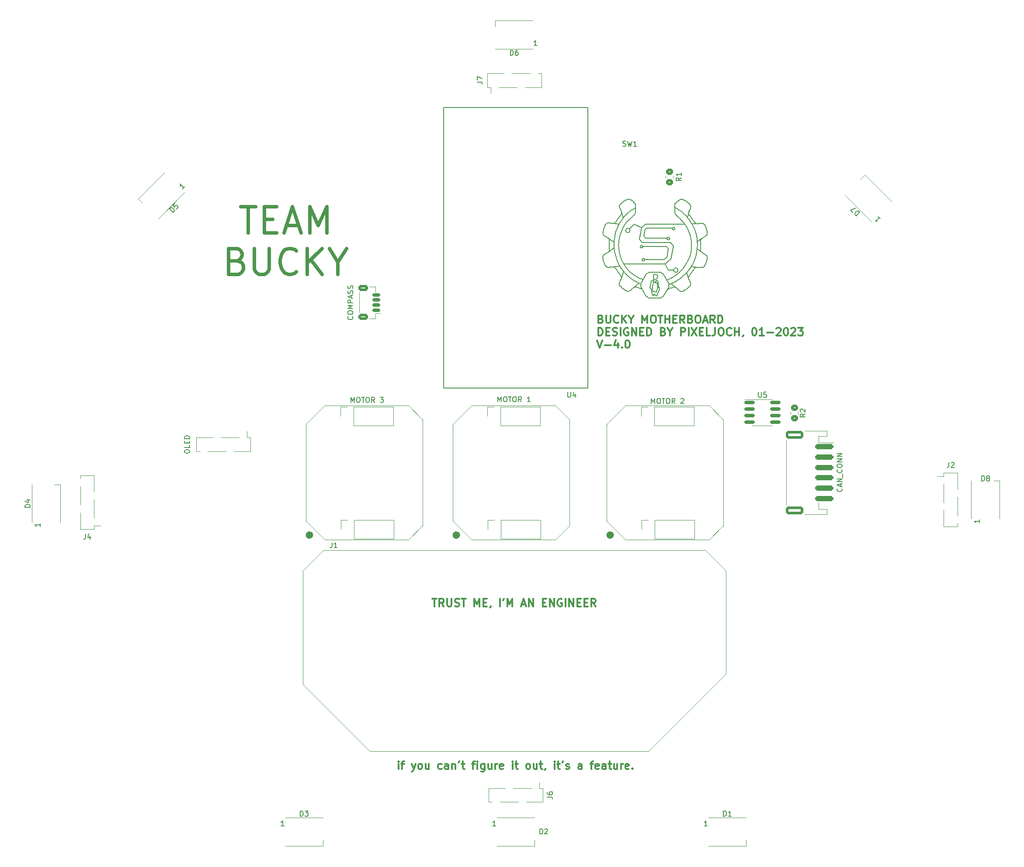
<source format=gto>
G04 #@! TF.GenerationSoftware,KiCad,Pcbnew,6.0.2-378541a8eb~116~ubuntu20.04.1*
G04 #@! TF.CreationDate,2023-01-27T16:22:06+01:00*
G04 #@! TF.ProjectId,BUCKY_MAIN,4255434b-595f-44d4-9149-4e2e6b696361,rev?*
G04 #@! TF.SameCoordinates,Original*
G04 #@! TF.FileFunction,Legend,Top*
G04 #@! TF.FilePolarity,Positive*
%FSLAX46Y46*%
G04 Gerber Fmt 4.6, Leading zero omitted, Abs format (unit mm)*
G04 Created by KiCad (PCBNEW 6.0.2-378541a8eb~116~ubuntu20.04.1) date 2023-01-27 16:22:06*
%MOMM*%
%LPD*%
G01*
G04 APERTURE LIST*
G04 Aperture macros list*
%AMRoundRect*
0 Rectangle with rounded corners*
0 $1 Rounding radius*
0 $2 $3 $4 $5 $6 $7 $8 $9 X,Y pos of 4 corners*
0 Add a 4 corners polygon primitive as box body*
4,1,4,$2,$3,$4,$5,$6,$7,$8,$9,$2,$3,0*
0 Add four circle primitives for the rounded corners*
1,1,$1+$1,$2,$3*
1,1,$1+$1,$4,$5*
1,1,$1+$1,$6,$7*
1,1,$1+$1,$8,$9*
0 Add four rect primitives between the rounded corners*
20,1,$1+$1,$2,$3,$4,$5,0*
20,1,$1+$1,$4,$5,$6,$7,0*
20,1,$1+$1,$6,$7,$8,$9,0*
20,1,$1+$1,$8,$9,$2,$3,0*%
%AMRotRect*
0 Rectangle, with rotation*
0 The origin of the aperture is its center*
0 $1 length*
0 $2 width*
0 $3 Rotation angle, in degrees counterclockwise*
0 Add horizontal line*
21,1,$1,$2,0,0,$3*%
G04 Aperture macros list end*
%ADD10C,0.200000*%
%ADD11C,0.300000*%
%ADD12C,0.700000*%
%ADD13C,0.150000*%
%ADD14C,0.120000*%
%ADD15C,0.100000*%
%ADD16C,0.730820*%
%ADD17C,0.127000*%
%ADD18R,1.500000X3.000000*%
%ADD19O,1.500000X3.000000*%
%ADD20R,1.500000X1.000000*%
%ADD21R,1.000000X1.900000*%
%ADD22R,1.900000X1.000000*%
%ADD23RoundRect,0.250000X-1.500000X0.250000X-1.500000X-0.250000X1.500000X-0.250000X1.500000X0.250000X0*%
%ADD24RoundRect,0.250001X-1.449999X0.499999X-1.449999X-0.499999X1.449999X-0.499999X1.449999X0.499999X0*%
%ADD25RotRect,1.500000X1.000000X225.000000*%
%ADD26R,1.000000X1.500000*%
%ADD27RoundRect,0.150000X0.625000X-0.150000X0.625000X0.150000X-0.625000X0.150000X-0.625000X-0.150000X0*%
%ADD28RoundRect,0.250000X0.650000X-0.350000X0.650000X0.350000X-0.650000X0.350000X-0.650000X-0.350000X0*%
%ADD29R,1.560000X1.560000*%
%ADD30C,1.560000*%
%ADD31RoundRect,0.250000X-0.450000X0.350000X-0.450000X-0.350000X0.450000X-0.350000X0.450000X0.350000X0*%
%ADD32RotRect,1.500000X1.000000X135.000000*%
%ADD33RoundRect,0.150000X-0.825000X-0.150000X0.825000X-0.150000X0.825000X0.150000X-0.825000X0.150000X0*%
%ADD34RoundRect,0.250000X0.450000X-0.350000X0.450000X0.350000X-0.450000X0.350000X-0.450000X-0.350000X0*%
%ADD35O,2.000000X2.000000*%
%ADD36R,2.000000X2.000000*%
%ADD37R,3.200000X1.000000*%
%ADD38R,1.000000X1.000000*%
G04 APERTURE END LIST*
D10*
X177347500Y-58774000D02*
X177335340Y-58699880D01*
X184054380Y-64068480D02*
X184068580Y-64105920D01*
X174723360Y-70846020D02*
X174662060Y-70965840D01*
X181022380Y-62657880D02*
X181056980Y-61981440D01*
X174451460Y-68754340D02*
X174490740Y-68755000D01*
X172363560Y-71932520D02*
X172396120Y-71932520D01*
X173493340Y-70089980D02*
X173501480Y-70148780D01*
X171133320Y-62166020D02*
X171159900Y-62095800D01*
X164111280Y-58634660D02*
X164090560Y-58701720D01*
X168990840Y-66931000D02*
X168863680Y-66802940D01*
X180238180Y-65261080D02*
X180531180Y-64635740D01*
X181583380Y-57377720D02*
X181696980Y-57523560D01*
X174517200Y-67993720D02*
X174517200Y-67947380D01*
X174416060Y-71615560D02*
X174397620Y-71653000D01*
X165774780Y-66160160D02*
X165969780Y-66173380D01*
X171822420Y-60144420D02*
X172174420Y-60571840D01*
X173853340Y-69092240D02*
X173953500Y-69095600D01*
X164964140Y-63255100D02*
X166061040Y-62429700D01*
X169981280Y-70087360D02*
X170104540Y-70036780D01*
X178343360Y-53446560D02*
X178557240Y-53291160D01*
X169291840Y-56692620D02*
X169433640Y-56557960D01*
X167479000Y-55880760D02*
X167403360Y-56006160D01*
X166697100Y-58563280D02*
X166920420Y-58074100D01*
X167403360Y-56006160D02*
X167299760Y-56159160D01*
X165141760Y-60807300D02*
X165152400Y-60873580D01*
X176853140Y-70317280D02*
X176743000Y-70355700D01*
X181130580Y-67175020D02*
X181130580Y-67175020D01*
X180488580Y-68093640D02*
X180485780Y-68114580D01*
X169025240Y-56949220D02*
X169037600Y-56936740D01*
X166975320Y-61256640D02*
X167074600Y-60585380D01*
X163929640Y-64002280D02*
X163915320Y-64039600D01*
X177587100Y-66714520D02*
X177591200Y-66673200D01*
X173759500Y-71558280D02*
X173766340Y-71598740D01*
X172999620Y-70205640D02*
X173000700Y-70199560D01*
X171451240Y-62452240D02*
X171377120Y-62464520D01*
X177582840Y-66755740D02*
X177587100Y-66714520D01*
X173738680Y-70937500D02*
X173775980Y-70937500D01*
X171426920Y-61970280D02*
X171497120Y-61996860D01*
X168303760Y-59073020D02*
X168307900Y-59032560D01*
X166920420Y-58074100D02*
X167175100Y-57604720D01*
X173534000Y-68764100D02*
X173577320Y-68738720D01*
X167466640Y-59278740D02*
X167759500Y-58653440D01*
X164617140Y-57714980D02*
X164565260Y-57748380D01*
X173051820Y-69962580D02*
X173092180Y-69775940D01*
X174630260Y-69330200D02*
X174638840Y-69457480D01*
X177847600Y-55700360D02*
X177819500Y-55549560D01*
X175406100Y-67419280D02*
X175286620Y-67369580D01*
X178216420Y-66382720D02*
X178342180Y-66487300D01*
X182406780Y-66226480D02*
X182194980Y-66213860D01*
X171084600Y-70296780D02*
X171193840Y-70335720D01*
X174445480Y-69468740D02*
X174415640Y-69304920D01*
X174549640Y-68796560D02*
X174561040Y-68850920D01*
X179612900Y-70741640D02*
X179345000Y-70863080D01*
X166159680Y-63118920D02*
X166085980Y-62490780D01*
X169141540Y-59116560D02*
X169137420Y-59157020D01*
X170179960Y-53968960D02*
X170066560Y-53782160D01*
X169942340Y-56088760D02*
X169975320Y-56060760D01*
X176640780Y-60870220D02*
X176566680Y-60882500D01*
X178862040Y-56842340D02*
X178739420Y-56723420D01*
X176701680Y-70370440D02*
X176671400Y-70379140D01*
X183131580Y-60583340D02*
X182980780Y-60707580D01*
X171382760Y-58514000D02*
X171219560Y-59439480D01*
X178451340Y-56447160D02*
X178310060Y-56313760D01*
X165162280Y-61927860D02*
X165163360Y-61971700D01*
X181840180Y-57681640D02*
X181859380Y-57690860D01*
X169781840Y-70217140D02*
X170891220Y-69280060D01*
X175728140Y-64731560D02*
X171940480Y-64731560D01*
X180698180Y-67755440D02*
X180594380Y-67908300D01*
X177777180Y-58543640D02*
X177822200Y-58627500D01*
X171503840Y-61421000D02*
X177005920Y-61421000D01*
X180932580Y-54345560D02*
X180942780Y-54384160D01*
X167417700Y-68436860D02*
X167340220Y-68634440D01*
X170064400Y-55963960D02*
X170141640Y-55832560D01*
X176814740Y-60657880D02*
X176812240Y-60681860D01*
X171615280Y-62141720D02*
X171627560Y-62215840D01*
X165166960Y-61767360D02*
X165163680Y-61884000D01*
X180479780Y-68157560D02*
X180489780Y-68290360D01*
X181552380Y-65021500D02*
X181278180Y-65597660D01*
X177798560Y-55353960D02*
X177793040Y-55161960D01*
X168116920Y-58053380D02*
X168538780Y-57483600D01*
X180519980Y-55799760D02*
X180525580Y-55842960D01*
X167054840Y-69530160D02*
X167065140Y-69568920D01*
X174200140Y-68878920D02*
X174197980Y-68828780D01*
X173607480Y-70940860D02*
X173652500Y-70944560D01*
X165162280Y-61927860D02*
X165162280Y-61927860D01*
X166965460Y-56612420D02*
X166894360Y-56704860D01*
X167081000Y-69628480D02*
X167181040Y-69793640D01*
X176812240Y-60681860D02*
X176785540Y-60752060D01*
X173308860Y-68780380D02*
X173311260Y-68771920D01*
X173577320Y-68738720D02*
X173615960Y-68683060D01*
X180735980Y-56203360D02*
X180852180Y-56367760D01*
X167775460Y-56730020D02*
X168119540Y-56327160D01*
X180967580Y-56525560D02*
X181067780Y-56659420D01*
X173540100Y-70379560D02*
X173540960Y-70537000D01*
X177802900Y-58819880D02*
X177742040Y-58893140D01*
X177703960Y-58482740D02*
X177777180Y-58543640D01*
X171825260Y-64968860D02*
X171751140Y-64981140D01*
X168883500Y-70868380D02*
X169002000Y-70831600D01*
X180852180Y-56367760D02*
X180967580Y-56525560D01*
X167299760Y-56159160D02*
X167182680Y-56322560D01*
X178310060Y-56313760D02*
X178186600Y-56198960D01*
X173013400Y-70140300D02*
X173051820Y-69962580D01*
X173754840Y-69153440D02*
X173748980Y-69153440D01*
X174886120Y-70383240D02*
X174842060Y-70543640D01*
X167065260Y-63281480D02*
X166970640Y-62609700D01*
X167030120Y-67388880D02*
X167145460Y-67546660D01*
X164439180Y-57894640D02*
X164293900Y-58150280D01*
X169162180Y-70741560D02*
X169323960Y-70616340D01*
X171970000Y-64850700D02*
X171909120Y-64923840D01*
X182451580Y-57741640D02*
X181119780Y-57741640D01*
X174561040Y-68850920D02*
X174591200Y-69014980D01*
X164951000Y-57634000D02*
X164768400Y-57654080D01*
X165169000Y-62450980D02*
X165166400Y-62652140D01*
X180974380Y-57499140D02*
X181251980Y-57979940D01*
X169905000Y-53595360D02*
X169710340Y-53418360D01*
X166679640Y-57008140D02*
X166565260Y-57166660D01*
X174783600Y-70710620D02*
X174723360Y-70846020D01*
X180564580Y-70053060D02*
X180327980Y-70249020D01*
X166929960Y-67255000D02*
X167030120Y-67388880D01*
X173092180Y-69775940D02*
X173125280Y-69622840D01*
X171502460Y-64730700D02*
X171504960Y-64706720D01*
X178739420Y-56723420D02*
X178598600Y-56587760D01*
X174490740Y-68755000D02*
X174526960Y-68766280D01*
X179458920Y-66430880D02*
X179880820Y-65861120D01*
X170552900Y-70119700D02*
X170743540Y-70180340D01*
X182838580Y-61077480D02*
X182831180Y-61262280D01*
X176410420Y-60440560D02*
X176494320Y-60395520D01*
X167182680Y-56322560D02*
X167066340Y-56479360D01*
X176616480Y-60388240D02*
X176686680Y-60414840D01*
X164874960Y-60523560D02*
X165025000Y-60648880D01*
X165170320Y-61600380D02*
X165166960Y-61767360D01*
X173748320Y-68752500D02*
X173752980Y-68797740D01*
X167433200Y-53861360D02*
X167232920Y-54076560D01*
X165170960Y-61204120D02*
X165172260Y-61405160D01*
X167232920Y-54076560D02*
X167131340Y-54240760D01*
X165998000Y-57688700D02*
X165802780Y-57700520D01*
X182862980Y-60865360D02*
X182851980Y-60931520D01*
X164506460Y-60297300D02*
X164697000Y-60408000D01*
X177962840Y-70113380D02*
X177839900Y-70061980D01*
X168946780Y-53013160D02*
X168902400Y-53010760D01*
X179157180Y-70907220D02*
X179095640Y-70903860D01*
X168848140Y-59474940D02*
X168723140Y-59495340D01*
X178137540Y-67165240D02*
X178010140Y-67186080D01*
X164865960Y-63331060D02*
X164687120Y-63445420D01*
X168807120Y-58661700D02*
X168925620Y-58706720D01*
X174078620Y-67596360D02*
X174030540Y-67596360D01*
X174206980Y-68940560D02*
X174200140Y-68878920D01*
X173681920Y-67993720D02*
X173681920Y-68049480D01*
X173681920Y-67968440D02*
X173681920Y-67993720D01*
X180815180Y-67592020D02*
X180698180Y-67755440D01*
X168601060Y-58674060D02*
X168726060Y-58653560D01*
X177383960Y-58639560D02*
X172372680Y-58639560D01*
X175978460Y-65607860D02*
X167956220Y-65607860D01*
X175536620Y-71932520D02*
X176690140Y-69934580D01*
X177465640Y-58918720D02*
X177392540Y-58857860D01*
X173540960Y-70537000D02*
X173543340Y-70696080D01*
X169078500Y-53047560D02*
X168946780Y-53013160D01*
X174550400Y-70129020D02*
X174543460Y-70081920D01*
X176448400Y-60850920D02*
X176375180Y-60790060D01*
X165172260Y-61405160D02*
X165170320Y-61600380D01*
X165162280Y-61927860D02*
X165162280Y-61927860D01*
X173311260Y-68771920D02*
X173342840Y-68753800D01*
X173342840Y-68753800D02*
X173405120Y-68750860D01*
X173775980Y-70937500D02*
X173887980Y-70942500D01*
X170104540Y-70036780D02*
X170147320Y-70029080D01*
X165590860Y-57687940D02*
X165371900Y-57663980D01*
X171128420Y-62214080D02*
X171130920Y-62190100D01*
X173859640Y-68575200D02*
X173987780Y-68634340D01*
X168068840Y-70538980D02*
X168328280Y-70703360D01*
X174210980Y-68775280D02*
X174216840Y-68777480D01*
X171909120Y-64923840D02*
X171825260Y-64968860D01*
X164565260Y-57748380D02*
X164439180Y-57894640D01*
X174525340Y-69996740D02*
X174513280Y-69941420D01*
X164922700Y-66220920D02*
X165127000Y-66214740D01*
X166970640Y-62609700D02*
X166940700Y-61933060D01*
X173734420Y-71441740D02*
X173741700Y-71496980D01*
X177742780Y-54556160D02*
X177867220Y-54618360D01*
X181963980Y-63800580D02*
X181781780Y-64421660D01*
X171625180Y-62239920D02*
X171622680Y-62263880D01*
X178454820Y-70501420D02*
X178291740Y-70353200D01*
X171989420Y-64658300D02*
X172001560Y-64732420D01*
X181999780Y-66225700D02*
X181869980Y-66256420D01*
X175286620Y-67369580D02*
X175183760Y-67290920D01*
X176686680Y-60414840D02*
X176759820Y-60475800D01*
X173508500Y-69964740D02*
X173495400Y-70021060D01*
X176518620Y-60877600D02*
X176448400Y-60850920D01*
X168766640Y-58657660D02*
X168807120Y-58661700D01*
X181155380Y-67138780D02*
X181130580Y-67175020D01*
X165165960Y-62088340D02*
X165168220Y-62255520D01*
X174197980Y-68828780D02*
X174200900Y-68812840D01*
X167486060Y-55520760D02*
X167859540Y-56626200D01*
X171625180Y-62239920D02*
X171625180Y-62239920D01*
X173692860Y-68602000D02*
X173706220Y-68602000D01*
X182184980Y-61238840D02*
X182205980Y-61682720D01*
X179489540Y-57521160D02*
X179133960Y-57111440D01*
X167065140Y-69568920D02*
X167081000Y-69628480D01*
X182870580Y-57699780D02*
X183074980Y-57693480D01*
X173125280Y-69622840D02*
X173154780Y-69486880D01*
X164157180Y-65414280D02*
X164270460Y-65699780D01*
X171220860Y-62022580D02*
X171304740Y-61977560D01*
X166347920Y-59596480D02*
X166506040Y-59071200D01*
X184104780Y-64355800D02*
X184069180Y-64647580D01*
X182865780Y-63125860D02*
X182886380Y-63164060D01*
X165159240Y-62836920D02*
X165145780Y-62982860D01*
X178954360Y-56932520D02*
X178862040Y-56842340D01*
X177831980Y-58725700D02*
X177829600Y-58749700D01*
X170233780Y-55438760D02*
X170242240Y-55329560D01*
X166775980Y-56871520D02*
X166679640Y-57008140D01*
X173775860Y-71403980D02*
X173762980Y-71407880D01*
X167340220Y-68634440D02*
X167249840Y-68835300D01*
X174527180Y-70006200D02*
X174525340Y-69996740D01*
X176494320Y-60395520D02*
X176568420Y-60383360D01*
X165016860Y-63206720D02*
X164865960Y-63331060D01*
X173697640Y-71634880D02*
X173690060Y-71634880D01*
X176317980Y-60632060D02*
X176320480Y-60608080D01*
X173571340Y-69640940D02*
X173543560Y-69794840D01*
X171422700Y-70406240D02*
X171465000Y-70418720D01*
X168328280Y-70703360D02*
X168594780Y-70827240D01*
X174208180Y-68783740D02*
X174210980Y-68775280D01*
X168840760Y-53007360D02*
X168652840Y-53051560D01*
X169317980Y-55270160D02*
X169770240Y-54972360D01*
X180942780Y-54384160D02*
X180943780Y-54508160D01*
X173209900Y-70288980D02*
X173173980Y-70271380D01*
X173741700Y-71496980D02*
X173759500Y-71558280D01*
X174165540Y-69026280D02*
X174198620Y-68992940D01*
X165802780Y-57700520D02*
X165590860Y-57687940D01*
X171999180Y-64756520D02*
X171999180Y-64756520D01*
X164907740Y-60547740D02*
X166074280Y-61352860D01*
X174247680Y-68780380D02*
X174290960Y-68776580D01*
X174479860Y-67808380D02*
X174377240Y-67685560D01*
X178557240Y-53291160D02*
X178773700Y-53165760D01*
X174886460Y-70275840D02*
X174901200Y-70317380D01*
X181667180Y-66441300D02*
X181552980Y-66586500D01*
X173679540Y-69232100D02*
X173667360Y-69257800D01*
X173793240Y-69153440D02*
X173754840Y-69153440D01*
X170234200Y-70035580D02*
X170376260Y-70068700D01*
X179725860Y-57830080D02*
X172187340Y-57830080D01*
X174539000Y-71220920D02*
X174478560Y-71388020D01*
X173777280Y-69068800D02*
X173853340Y-69092240D01*
X173817120Y-71400500D02*
X173775860Y-71403980D01*
X166742140Y-66994700D02*
X166808000Y-67090940D01*
X165152400Y-60873580D02*
X165164860Y-61019420D01*
X166445600Y-64326840D02*
X166280120Y-63731560D01*
X181255580Y-56919720D02*
X181350980Y-57056860D01*
X169136340Y-67077480D02*
X168990840Y-66931000D01*
X169092400Y-59275500D02*
X168989760Y-59399000D01*
X183122580Y-63390940D02*
X183300780Y-63506520D01*
X180764780Y-69837880D02*
X180564580Y-70053060D01*
X171240400Y-70352220D02*
X171271980Y-70361560D01*
X183859780Y-60136600D02*
X183689980Y-60250560D01*
X166565260Y-57166660D02*
X166444920Y-57327920D01*
X166808000Y-67090940D02*
X166832620Y-67127280D01*
X169848140Y-56171960D02*
X169918460Y-56109160D01*
X180906380Y-54688160D02*
X180835980Y-54880160D01*
X166133740Y-60694880D02*
X166223600Y-60138140D01*
X168594780Y-70827240D02*
X168782060Y-70873280D01*
X176701680Y-70370440D02*
X176701680Y-70370440D01*
X167066340Y-56479360D02*
X166965460Y-56612420D01*
X164697000Y-60408000D02*
X164874960Y-60523560D01*
X178419640Y-66631420D02*
X178440480Y-66758800D01*
X172001560Y-64732420D02*
X171999180Y-64756520D01*
X182873180Y-60846800D02*
X182862980Y-60865360D01*
X164964140Y-66221480D02*
X167183980Y-65973980D01*
X176814740Y-60657880D02*
X176814740Y-60657880D01*
X173584600Y-70921220D02*
X173585680Y-70926980D01*
X174543460Y-70081920D02*
X174533600Y-70034720D01*
X173433200Y-71351480D02*
X173397100Y-71187840D01*
X173731720Y-69165360D02*
X173704140Y-69195000D01*
X176894040Y-68419380D02*
X177627340Y-68032020D01*
X173685500Y-67892800D02*
X173681920Y-67968440D01*
X171234860Y-70350580D02*
X171234860Y-70350580D01*
X177197000Y-70202360D02*
X177011460Y-70263360D01*
X180773180Y-59970920D02*
X180549380Y-59323700D01*
X181763980Y-66331160D02*
X181667180Y-66441300D01*
X183992980Y-64945220D02*
X183929380Y-65146160D01*
X171234860Y-70350580D02*
X171240400Y-70352220D01*
X173257640Y-69014660D02*
X173296060Y-68838860D01*
X164495920Y-63554700D02*
X164307680Y-63663860D01*
X174686360Y-69899980D02*
X174716640Y-70064020D01*
X172796620Y-67186640D02*
X172780340Y-67214860D01*
X181830980Y-66275080D02*
X181811780Y-66284080D01*
X167439400Y-67990780D02*
X167469460Y-68050780D01*
X171573400Y-62214980D02*
X176197540Y-62214980D01*
X182831780Y-61826080D02*
X182834180Y-61942720D01*
X178937340Y-70864060D02*
X178777740Y-70773000D01*
X174053640Y-69073140D02*
X174128420Y-69043640D01*
X171497120Y-61996860D02*
X171570260Y-62057840D01*
X177150860Y-69363500D02*
X176700900Y-69535060D01*
X171210120Y-69934580D02*
X172363560Y-71932520D01*
X171232360Y-69473200D02*
X171277060Y-69684580D01*
X168311900Y-58991980D02*
X168356920Y-58873500D01*
X178972600Y-66965380D02*
X179100540Y-66838220D01*
X174095540Y-70964860D02*
X174211100Y-70969940D01*
X177797600Y-54719560D02*
X177804200Y-54509760D01*
X173355960Y-70993380D02*
X173310700Y-70775380D01*
X171240400Y-70352220D02*
X171240400Y-70352220D01*
X171752860Y-64482000D02*
X171776960Y-64484500D01*
X167519920Y-66496420D02*
X167193200Y-65989480D01*
X165343700Y-66193800D02*
X165562780Y-66171340D01*
X166204920Y-66280280D02*
X166300840Y-66390940D01*
X173501480Y-70148780D02*
X173503540Y-70158980D01*
X174329600Y-68768220D02*
X174366700Y-68759880D01*
X180702780Y-68879560D02*
X180789380Y-69079100D01*
X183432380Y-66166020D02*
X183380580Y-66199560D01*
X171776960Y-64484500D02*
X171800960Y-64486880D01*
X179006900Y-56983500D02*
X179004400Y-56982120D01*
X171594900Y-64539160D02*
X171678760Y-64494140D01*
X174728040Y-70118500D02*
X174741060Y-70129660D01*
X182205980Y-61998700D02*
X182178180Y-62502840D01*
X172493980Y-71949780D02*
X172613560Y-71999480D01*
X166138400Y-66223860D02*
X166157400Y-66232980D01*
X183886380Y-65279740D02*
X183819380Y-65479500D01*
X171271980Y-70361560D02*
X171344240Y-70382920D01*
X173928220Y-71472660D02*
X173896200Y-71437720D01*
X166832620Y-67127280D02*
X166832620Y-67127280D01*
X181130580Y-67175020D02*
X181103580Y-67209520D01*
X173753960Y-71410800D02*
X173734420Y-71441740D01*
X173987780Y-68634340D02*
X174030540Y-68634340D01*
X167840860Y-70374880D02*
X167897320Y-70416440D01*
X169486920Y-70472100D02*
X169650860Y-70325080D01*
X176568420Y-60383360D02*
X176592500Y-60385860D01*
X182123380Y-60658420D02*
X182184980Y-61238840D01*
X165166400Y-62652140D02*
X165159240Y-62836920D01*
X176690140Y-69434580D02*
X175536620Y-67436640D01*
X184104780Y-59817160D02*
X184082580Y-59874780D01*
X168400240Y-59339520D02*
X168324280Y-59198020D01*
X176690140Y-69934580D02*
X176667820Y-69895840D01*
X167448400Y-64590720D02*
X167224560Y-63943580D01*
X165145780Y-62982860D02*
X165134700Y-63049160D01*
X178817540Y-67119360D02*
X178972600Y-66965380D01*
X179873540Y-70579100D02*
X179612900Y-70741640D01*
X173748980Y-69153440D02*
X173731720Y-69165360D01*
X182830580Y-62147140D02*
X182827180Y-62314140D01*
X178093140Y-56115160D02*
X178060280Y-56086760D01*
X179095640Y-70903860D02*
X179055620Y-70901700D01*
X176804840Y-60559700D02*
X176817120Y-60633800D01*
X171535100Y-62407220D02*
X171451240Y-62452240D01*
X167175100Y-57604720D02*
X167460340Y-57156240D01*
X174304640Y-71754140D02*
X174257240Y-71772800D01*
X164740180Y-66199660D02*
X164922700Y-66220920D01*
X181318380Y-66906240D02*
X181221980Y-67042860D01*
X166867460Y-56739480D02*
X166867460Y-56739480D01*
X184120780Y-59624880D02*
X184104780Y-59817160D01*
X164004840Y-58969300D02*
X163928640Y-59266840D01*
X173754840Y-69056100D02*
X173777280Y-69068800D01*
X183928580Y-58767060D02*
X183951180Y-58833440D01*
X167053980Y-69406140D02*
X167054840Y-69530160D01*
X170190700Y-55675760D02*
X170219900Y-55525160D01*
X173463600Y-71477100D02*
X173433200Y-71351480D01*
X177839900Y-70061980D02*
X177797260Y-70054060D01*
X163928640Y-59266840D02*
X163893060Y-59558600D01*
X165164860Y-61019420D02*
X165170960Y-61204120D01*
X174536280Y-70221480D02*
X174549640Y-70167100D01*
X173652500Y-70944560D02*
X173701980Y-70940660D01*
X180156980Y-53539760D02*
X180214380Y-53580360D01*
X182845180Y-63040920D02*
X182855780Y-63107220D01*
X173667360Y-69257800D02*
X173665640Y-69266940D01*
X166859320Y-67162000D02*
X166929960Y-67255000D01*
X181552980Y-66586500D02*
X181432580Y-66747840D01*
X166533480Y-66698700D02*
X166646640Y-66857640D01*
X174200900Y-68812840D02*
X174202960Y-68805560D01*
X177633720Y-58456060D02*
X177703960Y-58482740D01*
X174366700Y-68759880D02*
X174406540Y-68756080D01*
X171258840Y-62432940D02*
X171185600Y-62372080D01*
X172396120Y-67436640D02*
X172363560Y-67436640D01*
X177829600Y-58749700D02*
X177802900Y-58819880D01*
X173675620Y-71634880D02*
X173632320Y-71627280D01*
X170250280Y-54919560D02*
X170247460Y-54695360D01*
X183840580Y-58500100D02*
X183907380Y-58700080D01*
X180613580Y-55385960D02*
X180264980Y-56530560D01*
X167193200Y-65989480D02*
X166904040Y-65457580D01*
X179907500Y-58093860D02*
X179489540Y-57521160D01*
X180603580Y-66670800D02*
X180207780Y-67163200D01*
X175286620Y-71999480D02*
X175406100Y-71949780D01*
X174271860Y-70943580D02*
X174280000Y-70892920D01*
X166894360Y-56704860D02*
X166867460Y-56739480D01*
X177806920Y-67131840D02*
X177681140Y-67027240D01*
X169433640Y-56557960D02*
X169581760Y-56418360D01*
X174274260Y-69242640D02*
X174265780Y-69242640D01*
X172716320Y-67290920D02*
X172613560Y-67369580D01*
X180485780Y-68114580D02*
X180479780Y-68157560D01*
X183995780Y-60012920D02*
X183859780Y-60136600D01*
X178010140Y-67186080D02*
X177968920Y-67181980D01*
X166867460Y-56739480D02*
X166867460Y-56739480D01*
X173543340Y-70696080D02*
X173570140Y-70866000D01*
X171595980Y-62334120D02*
X171535100Y-62407220D01*
X172780220Y-72154200D02*
X172796620Y-72182520D01*
X173603680Y-69488500D02*
X173571340Y-69640940D01*
X174249620Y-70969940D02*
X174255140Y-70969940D01*
X183310580Y-60468980D02*
X183131580Y-60583340D01*
X183501780Y-60359700D02*
X183310580Y-60468980D01*
X173154780Y-69486880D02*
X173184200Y-69351240D01*
X181792780Y-57634220D02*
X181840180Y-57681640D01*
X173653060Y-68627280D02*
X173692860Y-68602000D01*
X166654260Y-64902780D02*
X166445600Y-64326840D01*
X165025000Y-60648880D02*
X165111180Y-60750440D01*
X183819380Y-65479500D02*
X183703980Y-65764220D01*
X177742040Y-58893140D02*
X177658040Y-58938160D01*
X174403700Y-69250780D02*
X174402620Y-69245340D01*
X176542700Y-60880120D02*
X176518620Y-60877600D01*
X168491820Y-55948760D02*
X168891640Y-55595960D01*
X168652840Y-53051560D02*
X168384920Y-53172960D01*
X171678760Y-64494140D02*
X171752860Y-64482000D01*
X167477700Y-68114800D02*
X167466760Y-68247620D01*
X180537580Y-68480020D02*
X180613580Y-68678160D01*
X163876900Y-64289500D02*
X163909680Y-64581840D01*
X168508100Y-66393220D02*
X168090220Y-65820640D01*
X179133960Y-57111440D02*
X179006900Y-56983500D01*
X173739640Y-68683060D02*
X173748320Y-68752500D01*
X174228340Y-69242640D02*
X174116360Y-69228640D01*
X177340120Y-58651800D02*
X177366820Y-58581600D01*
X173741600Y-71644000D02*
X173720760Y-71639000D01*
X174406540Y-68756080D02*
X174419860Y-68756080D01*
X173859640Y-67617300D02*
X173798980Y-67645080D01*
X173762980Y-71407880D02*
X173753960Y-71410800D01*
X164069280Y-65147480D02*
X164090460Y-65214300D01*
X173503540Y-70158980D02*
X173516640Y-70213120D01*
X179880820Y-65861120D02*
X180238180Y-65261080D01*
X173752760Y-67685560D02*
X173719460Y-67739700D01*
X174265780Y-69242640D02*
X174228340Y-69242640D01*
X181067780Y-56659420D02*
X181138380Y-56752280D01*
X169933640Y-57829980D02*
X169002000Y-58761720D01*
X173724460Y-68952700D02*
X173716100Y-69013480D01*
X182826580Y-62710380D02*
X182832780Y-62895080D01*
X166832620Y-67127280D02*
X166859320Y-67162000D01*
X173908820Y-69167340D02*
X173793240Y-69153440D01*
X167736920Y-65218100D02*
X167448400Y-64590720D01*
X182178180Y-62502840D02*
X182096980Y-63160160D01*
X177658040Y-58938160D02*
X177583920Y-58950300D01*
X181278180Y-65597660D02*
X180961180Y-66148220D01*
X183459980Y-57810440D02*
X183584580Y-57957580D01*
X178013180Y-66328440D02*
X178054540Y-66332700D01*
X173936360Y-67601480D02*
X173859640Y-67617300D01*
X168119540Y-56327160D02*
X168491820Y-55948760D01*
X174616260Y-69187840D02*
X174630260Y-69330200D01*
X173991060Y-70953660D02*
X174095540Y-70964860D01*
X174094460Y-71613160D02*
X174087400Y-71610580D01*
X171210120Y-69434580D02*
X171232360Y-69473200D01*
X172363560Y-67436640D02*
X171210120Y-69434580D01*
X183929380Y-65146160D02*
X183907380Y-65212780D01*
X171304740Y-61977560D02*
X171378840Y-61965380D01*
X166280120Y-63731560D02*
X166159680Y-63118920D01*
X180613580Y-68678160D02*
X180702780Y-68879560D01*
X167472180Y-68071840D02*
X167477700Y-68114800D01*
X177392540Y-58857860D02*
X177347500Y-58774000D01*
X176197540Y-62214980D02*
X176552460Y-62645940D01*
X174432680Y-71548380D02*
X174419860Y-71602440D01*
X164650680Y-57693240D02*
X164617140Y-57714980D01*
X181189580Y-56823480D02*
X181255580Y-56919720D01*
X181350980Y-57056860D02*
X181464180Y-57215840D01*
X179959700Y-56192760D02*
X180326980Y-56604060D01*
X174478560Y-71388020D02*
X174432680Y-71548380D01*
X164068320Y-58768340D02*
X164004840Y-58969300D01*
X174124840Y-71602440D02*
X174118640Y-71614060D01*
X177793040Y-55161960D02*
X177793220Y-54943760D01*
X167181040Y-69793640D02*
X167379280Y-70010860D01*
X174209900Y-71756640D02*
X174171500Y-71717020D01*
X167379280Y-70010860D02*
X167614420Y-70208560D01*
X181781780Y-64421660D02*
X181552380Y-65021500D01*
X173296060Y-68838860D02*
X173308860Y-68780380D01*
X182980780Y-60707580D02*
X182893780Y-60808600D01*
X173585680Y-70926980D02*
X173607480Y-70940860D01*
X173752760Y-68423500D02*
X173859640Y-68575200D01*
X180528180Y-55863760D02*
X180558180Y-55923760D01*
X176667820Y-69895840D02*
X176623100Y-69684580D01*
X174280000Y-70892920D02*
X174282060Y-70880740D01*
X166061040Y-61703020D02*
X166079260Y-61265520D01*
X164622680Y-66159720D02*
X164740180Y-66199660D01*
X171378840Y-61965380D02*
X171402960Y-61967880D01*
X169002000Y-70831600D02*
X169162180Y-70741560D01*
X164178560Y-58434880D02*
X164111280Y-58634660D01*
X169815820Y-70191420D02*
X169981280Y-70087360D01*
X164318960Y-60186860D02*
X164506460Y-60297300D01*
X174137640Y-71666660D02*
X174121600Y-71631080D01*
X180835980Y-54880160D02*
X180747980Y-55079160D01*
X177831980Y-58725700D02*
X177831980Y-58725700D01*
X178432120Y-66841360D02*
X178386240Y-66962020D01*
X167460240Y-55434560D02*
X167508100Y-55624160D01*
X167208180Y-54835360D02*
X167294980Y-55034960D01*
X164589260Y-66137800D02*
X164622680Y-66159720D01*
X170236600Y-54310160D02*
X170231920Y-54190160D01*
X173719460Y-67739700D02*
X173697540Y-67808380D01*
X173516640Y-70213120D02*
X173540100Y-70379560D01*
X182434980Y-57743060D02*
X182653980Y-57720620D01*
X167364420Y-67864700D02*
X167439400Y-67990780D01*
X167384060Y-55236360D02*
X167460240Y-55434560D01*
X179109640Y-53046360D02*
X179154140Y-53044360D01*
X168523700Y-59442160D02*
X168400240Y-59339520D01*
X174397620Y-71653000D02*
X174358000Y-71708880D01*
X180214380Y-53580360D02*
X180383380Y-53705960D01*
X178616820Y-70646700D02*
X178454820Y-70501420D01*
X172716320Y-72078140D02*
X172780220Y-72154200D01*
X165131780Y-60788740D02*
X165141760Y-60807300D01*
X174533600Y-70034720D02*
X174527180Y-70006200D01*
X182828780Y-61463560D02*
X182829380Y-61658860D01*
X175103560Y-67186640D02*
X172796620Y-67186640D01*
X176817120Y-60633800D02*
X176814740Y-60657880D01*
X170228040Y-55474560D02*
X170233780Y-55438760D01*
X183907380Y-58700080D02*
X183928580Y-58767060D01*
X177927560Y-67177740D02*
X177806920Y-67131840D01*
X183689980Y-60250560D02*
X183501780Y-60359700D01*
X171219560Y-59439480D02*
X170981920Y-60787220D01*
X170967720Y-68333560D02*
X170268280Y-67950860D01*
X167469460Y-68050780D02*
X167472180Y-68071840D01*
X163943200Y-59845920D02*
X164014820Y-59947280D01*
X180489780Y-68290360D02*
X180537580Y-68480020D01*
X167139060Y-54642960D02*
X167208180Y-54835360D01*
X180530780Y-55666960D02*
X180519980Y-55799760D01*
X183951180Y-58833440D02*
X184014180Y-59034500D01*
X172796620Y-72182520D02*
X175103560Y-72182520D01*
X174073840Y-71606340D02*
X174035860Y-71585840D01*
X163893060Y-64097120D02*
X163876900Y-64289500D01*
X174901200Y-70317380D02*
X174898280Y-70329340D01*
X183229380Y-66260300D02*
X183046780Y-66280380D01*
X174233340Y-68780380D02*
X174247680Y-68780380D01*
X174078620Y-68634340D02*
X174222920Y-68575200D01*
X171559620Y-64888660D02*
X171514600Y-64804800D01*
X177776420Y-70050140D02*
X177710000Y-70060000D01*
X174780760Y-70162780D02*
X174840460Y-70217780D01*
X174222920Y-68575200D02*
X174377240Y-68423500D01*
X174030540Y-67596360D02*
X174007000Y-67596360D01*
X167115180Y-54300160D02*
X167104640Y-54338760D01*
X171504960Y-64706720D02*
X171507320Y-64682620D01*
X175503960Y-71932520D02*
X175536620Y-71932520D01*
X169975320Y-56060760D02*
X170064400Y-55963960D01*
X175103560Y-72182520D02*
X175119840Y-72154200D01*
X168307900Y-59032560D02*
X168311900Y-58991980D01*
X178436360Y-66800140D02*
X178432120Y-66841360D01*
X180100580Y-53498160D02*
X180156980Y-53539760D01*
X172780340Y-67214860D02*
X172716320Y-67290920D01*
X167386340Y-68522800D02*
X167914460Y-67015940D01*
X165111180Y-60750440D02*
X165131780Y-60788740D01*
X173487260Y-71557720D02*
X173463600Y-71477100D01*
X166414220Y-66536780D02*
X166533480Y-66698700D01*
X170242240Y-55329560D02*
X170249100Y-55137760D01*
X165163680Y-61884000D02*
X165162280Y-61927860D01*
X173665640Y-69266940D02*
X173648820Y-69321940D01*
X176566680Y-60882500D02*
X176542700Y-60880120D01*
X177804200Y-54509760D02*
X177811040Y-54334560D01*
X171193840Y-70335720D02*
X171234860Y-70350580D01*
X173615960Y-68683060D02*
X173653060Y-68627280D01*
X182205980Y-61682720D02*
X182205980Y-61830720D01*
X174661280Y-69727100D02*
X174686360Y-69899980D01*
X184069180Y-64647580D02*
X183992980Y-64945220D01*
X178318960Y-67547520D02*
X178817540Y-67119360D01*
X181165180Y-56787100D02*
X181165180Y-56787220D01*
X181032580Y-67301980D02*
X180931580Y-67435120D01*
X166223600Y-60138140D02*
X166347920Y-59596480D01*
X174290960Y-68776580D02*
X174329600Y-68768220D01*
X177793220Y-54943760D02*
X177797600Y-54719560D01*
X177567120Y-70092340D02*
X177389180Y-70142580D01*
X174551360Y-70157880D02*
X174550400Y-70129020D01*
X174647320Y-69584740D02*
X174661280Y-69727100D01*
X182625980Y-66250440D02*
X182406780Y-66226480D01*
X183703980Y-65764220D02*
X183558580Y-66019860D01*
X177867220Y-54618360D02*
X178232360Y-54822560D01*
X169049100Y-58809480D02*
X169125060Y-58950980D01*
X177895560Y-55857560D02*
X177847600Y-55700360D01*
X181859380Y-57690860D02*
X181898380Y-57709640D01*
X166166960Y-57639440D02*
X166127640Y-57658000D01*
X179100540Y-66838220D02*
X179458920Y-66430880D01*
X169918460Y-56109160D02*
X169942340Y-56088760D01*
X169164560Y-68238280D02*
X168706420Y-67849380D01*
X164687120Y-63445420D02*
X164495920Y-63554700D01*
X183584580Y-57957580D02*
X183727180Y-58214520D01*
X174419860Y-68756080D02*
X174427680Y-68756080D01*
X181056980Y-61981440D02*
X181026980Y-61304800D01*
X177005920Y-61421000D02*
X177556820Y-62089860D01*
X170231920Y-54190160D02*
X170230100Y-54145760D01*
X177105420Y-64649740D02*
X175978460Y-65607860D01*
X174171500Y-71717020D02*
X174137640Y-71666660D01*
X181103580Y-67209520D02*
X181032580Y-67301980D01*
X184068580Y-64105920D02*
X184090380Y-64163420D01*
X172493980Y-67419280D02*
X172396120Y-67436640D01*
X180531180Y-64635740D02*
X180759380Y-63990020D01*
X173099980Y-70251200D02*
X173029040Y-70229500D01*
X170249100Y-55137760D02*
X170250280Y-54919560D01*
X183982980Y-63967140D02*
X184054380Y-64068480D01*
X175119840Y-67214860D02*
X175103560Y-67186640D01*
X170163360Y-68911580D02*
X169650780Y-68592880D01*
X177337740Y-58675880D02*
X177340120Y-58651800D01*
X177559960Y-58947920D02*
X177535860Y-58945420D01*
X164307680Y-63663860D02*
X164137860Y-63777880D01*
X173754960Y-71638240D02*
X173741600Y-71644000D01*
X168384920Y-53172960D02*
X168124280Y-53335360D01*
X178436360Y-66800140D02*
X178436360Y-66800140D01*
X182835380Y-61986780D02*
X182833780Y-62030500D01*
X167161740Y-69034300D02*
X167091320Y-69226240D01*
X173029040Y-70229500D02*
X172999620Y-70205640D01*
X166444920Y-57327920D02*
X166330460Y-57473080D01*
X180207780Y-67163200D02*
X179775860Y-67623500D01*
X176349460Y-60513780D02*
X176410420Y-60440560D01*
X171514600Y-64804800D02*
X171502460Y-64730700D01*
X170376260Y-70068700D02*
X170552900Y-70119700D01*
X168682680Y-59491340D02*
X168642100Y-59487200D01*
X164293900Y-58150280D02*
X164178560Y-58434880D01*
X167896540Y-53499560D02*
X167839360Y-53540160D01*
X174479860Y-68216920D02*
X174517200Y-68049480D01*
X171402960Y-61967880D02*
X171426920Y-61970280D01*
X178700260Y-55120960D02*
X179145000Y-55449760D01*
X176724680Y-60825200D02*
X176640780Y-60870220D01*
X163893060Y-59558600D02*
X163907280Y-59750860D01*
X179669420Y-53211160D02*
X179928980Y-53375760D01*
X165163360Y-61971700D02*
X165165960Y-62088340D01*
X184014180Y-59034500D02*
X184088180Y-59332700D01*
X174257240Y-71772800D02*
X174241480Y-71772800D01*
X183346980Y-66221240D02*
X183229380Y-66260300D01*
X178598600Y-56587760D02*
X178451340Y-56447160D01*
X180633180Y-56049760D02*
X180735980Y-56203360D01*
X183678780Y-63727660D02*
X183847780Y-63842660D01*
X166099240Y-66204980D02*
X166138400Y-66223860D01*
X173211540Y-70296880D02*
X173209900Y-70288980D01*
X180549380Y-59323700D02*
X180260780Y-58696300D01*
X174233560Y-71772800D02*
X174209900Y-71756640D01*
X173706220Y-68602000D02*
X173711200Y-68602000D01*
X169141540Y-59116560D02*
X169141540Y-59116560D01*
X177819500Y-55549560D02*
X177811780Y-55498960D01*
X174229220Y-68780380D02*
X174233340Y-68780380D01*
X174295320Y-70826380D02*
X174348900Y-70666560D01*
X174549640Y-70167100D02*
X174551360Y-70157880D01*
X168324280Y-59198020D02*
X168303760Y-59073020D01*
X180618580Y-53903560D02*
X180816580Y-54120960D01*
X173766340Y-71598740D02*
X173762980Y-71610580D01*
X173748000Y-68882720D02*
X173724460Y-68952700D01*
X174118640Y-71614060D02*
X174094460Y-71613160D01*
X174898280Y-70329340D02*
X174898280Y-70329340D01*
X181696980Y-57523560D02*
X181792780Y-57634220D01*
X174211100Y-70969940D02*
X174249620Y-70969940D01*
X174464460Y-69620660D02*
X174445480Y-69468740D01*
X178147500Y-53622160D02*
X178343360Y-53446560D01*
X170247460Y-54695360D02*
X170242340Y-54485360D01*
X174087400Y-71610580D02*
X174073840Y-71606340D01*
X171507320Y-64682620D02*
X171534000Y-64612420D01*
X175183760Y-72078140D02*
X175286620Y-71999480D01*
X167508100Y-55624160D02*
X167518060Y-55756960D01*
X168989760Y-59399000D02*
X168848140Y-59474940D01*
X175119840Y-72154200D02*
X175183760Y-72078140D01*
X177583920Y-58950300D02*
X177559960Y-58947920D01*
X167145460Y-67546660D02*
X167261680Y-67710940D01*
X178281620Y-67087780D02*
X178137540Y-67165240D01*
X170268280Y-67950860D02*
X169606820Y-67483300D01*
X168124280Y-53335360D02*
X167952760Y-53457560D01*
X163929100Y-59808600D02*
X163943200Y-59845920D01*
X170147320Y-70029080D02*
X170168040Y-70025280D01*
X177730540Y-69097560D02*
X177150860Y-69363500D01*
X166186040Y-57630340D02*
X166166960Y-57639440D01*
X176322860Y-60584000D02*
X176349460Y-60513780D01*
X167249840Y-68835300D02*
X167161740Y-69034300D01*
X180594380Y-67908300D02*
X180518780Y-68033740D01*
X176759820Y-60475800D02*
X176804840Y-60559700D01*
X171130920Y-62190100D02*
X171133320Y-62166020D01*
X173493340Y-70031140D02*
X173493340Y-70089980D01*
X167509400Y-55820760D02*
X167479000Y-55880760D01*
X173754840Y-68812840D02*
X173757760Y-68829440D01*
X183727180Y-58214520D02*
X183840580Y-58500100D01*
X175978460Y-65607860D02*
X176567540Y-66757280D01*
X168642100Y-59487200D02*
X168523700Y-59442160D01*
X166085980Y-62490780D02*
X166061040Y-62009340D01*
X180565180Y-68557520D02*
X180096580Y-67258700D01*
X176375180Y-60790060D02*
X176330140Y-60706160D01*
X173173980Y-70271380D02*
X173099980Y-70251200D01*
X163909680Y-64581840D02*
X163983680Y-64879880D01*
X177427680Y-58508360D02*
X177511560Y-58463340D01*
X174741060Y-70129660D02*
X174780760Y-70162780D01*
X177556820Y-62089860D02*
X177105420Y-64649740D01*
X164537600Y-66103940D02*
X164589260Y-66137800D01*
X183491180Y-63617200D02*
X183678780Y-63727660D01*
X167102920Y-54462760D02*
X167139060Y-54642960D01*
X174128420Y-69043640D02*
X174152280Y-69031800D01*
X178173560Y-70253800D02*
X177073400Y-69382800D01*
X169497560Y-53261560D02*
X169281960Y-53134560D01*
X173690060Y-71634880D02*
X173675620Y-71634880D01*
X166157400Y-66232980D02*
X166204920Y-66280280D01*
X173570140Y-70866000D02*
X173584600Y-70921220D01*
X173632320Y-71627280D02*
X173593700Y-71610580D01*
X176743000Y-70355700D02*
X176701680Y-70370440D01*
X182972580Y-63265640D02*
X183122580Y-63390940D01*
X175536620Y-67436640D02*
X175503960Y-67436640D01*
X177968920Y-67181980D02*
X177927560Y-67177740D01*
X170126140Y-54766760D02*
X170247680Y-54703960D01*
X183558580Y-66019860D02*
X183432380Y-66166020D01*
X172613560Y-71999480D02*
X172716320Y-72078140D01*
X173742780Y-69051000D02*
X173754840Y-69056100D01*
X167131340Y-54240760D02*
X167115180Y-54300160D01*
X168726060Y-58653560D02*
X168766640Y-58657660D01*
X176785540Y-60752060D02*
X176724680Y-60825200D01*
X180961180Y-66148220D02*
X180603580Y-66670800D01*
X169650860Y-70325080D02*
X169815820Y-70191420D01*
X181883580Y-59537980D02*
X182022580Y-60091060D01*
X168891640Y-55595960D02*
X169317980Y-55270160D01*
X164001900Y-63901480D02*
X163929640Y-64002280D01*
X167897320Y-70416440D02*
X168068840Y-70538980D01*
X180558180Y-55923760D02*
X180633180Y-56049760D01*
X182855780Y-63107220D02*
X182865780Y-63125860D01*
X180759380Y-63990020D02*
X180923180Y-63329100D01*
X173711200Y-68602000D02*
X173726280Y-68625780D01*
X171140560Y-62288200D02*
X171128420Y-62214080D01*
X183191380Y-60542980D02*
X182184180Y-61226240D01*
X178127640Y-70218520D02*
X177962840Y-70113380D01*
X170230100Y-54145760D02*
X170230100Y-54145760D01*
X167759500Y-58653440D02*
X168116920Y-58053380D01*
X178773700Y-53165760D02*
X178977700Y-53080160D01*
X173860400Y-71412120D02*
X173817120Y-71400500D01*
X174427680Y-68756080D02*
X174451460Y-68754340D01*
X177818840Y-54170160D02*
X177818840Y-54170160D01*
X171465000Y-70418720D02*
X171473480Y-70421340D01*
X179309960Y-68049160D02*
X178812240Y-68438160D01*
X168706420Y-67849380D02*
X168278360Y-67428280D01*
X180923180Y-63329100D02*
X181022380Y-62657880D01*
X180101580Y-70415160D02*
X180045380Y-70457020D01*
X165371900Y-57663980D02*
X165155420Y-57641620D01*
X180326980Y-56604060D02*
X180665580Y-57040060D01*
X183074980Y-57693480D02*
X183257380Y-57714740D01*
X179345000Y-70863080D02*
X179157180Y-70907220D01*
X180045380Y-70457020D02*
X179873540Y-70579100D01*
X169137420Y-59157020D02*
X169092400Y-59275500D01*
X170700480Y-69192160D02*
X170163360Y-68911580D01*
X174547140Y-68787980D02*
X174549640Y-68796560D01*
X180882580Y-69614360D02*
X180866380Y-69673840D01*
X180789380Y-69079100D02*
X180858580Y-69271600D01*
X174198620Y-68992940D02*
X174206980Y-68940560D01*
X177011460Y-70263360D02*
X176853140Y-70317280D01*
X165134700Y-63049160D02*
X165124620Y-63067720D01*
X179402960Y-53087160D02*
X179669420Y-53211160D01*
X177389180Y-70142580D02*
X177197000Y-70202360D01*
X170226500Y-54100760D02*
X170179960Y-53968960D01*
X178291740Y-70353200D02*
X178127640Y-70218520D01*
X173896200Y-71437720D02*
X173860400Y-71412120D01*
X167952760Y-53457560D02*
X167896540Y-53499560D01*
X168863680Y-66802940D02*
X168508100Y-66393220D01*
X173503540Y-71586280D02*
X173499400Y-71586280D01*
X173726280Y-68625780D02*
X173739640Y-68683060D01*
X180327980Y-70249020D02*
X180158580Y-70374240D01*
X173000700Y-70199560D02*
X173013400Y-70140300D01*
X173556600Y-71593860D02*
X173516760Y-71586280D01*
X177971960Y-55989560D02*
X177895560Y-55857560D01*
X178812240Y-68438160D02*
X178285100Y-68788420D01*
X181138380Y-56752280D02*
X181165180Y-56787100D01*
X181869980Y-66256420D02*
X181830980Y-66275080D01*
X170242340Y-54485360D02*
X170236600Y-54310160D01*
X167669760Y-53665560D02*
X167433200Y-53861360D01*
X171118120Y-69378240D02*
X170700480Y-69192160D01*
X165124620Y-63067720D02*
X165103780Y-63105800D01*
X167882220Y-66976660D02*
X167519920Y-66496420D01*
X177806260Y-55462960D02*
X177798560Y-55353960D01*
X178095760Y-66336800D02*
X178216420Y-66382720D01*
X171329040Y-62459640D02*
X171258840Y-62432940D01*
X169125060Y-58950980D02*
X169145560Y-59075980D01*
X183300780Y-63506520D02*
X183491180Y-63617200D01*
X168090220Y-65820640D02*
X167736920Y-65218100D01*
X169710340Y-53418360D02*
X169497560Y-53261560D01*
X173648820Y-69321940D02*
X173603680Y-69488500D01*
X166842620Y-56775600D02*
X166775980Y-56871520D01*
X170066560Y-53782160D02*
X169905000Y-53595360D01*
X175183760Y-67290920D02*
X175119840Y-67214860D01*
X173543560Y-69794840D02*
X173508500Y-69964740D01*
X164046700Y-65080940D02*
X164069280Y-65147480D01*
X167518060Y-55756960D02*
X167512320Y-55799960D01*
X167614420Y-70208560D02*
X167783480Y-70334300D01*
X172372680Y-58639560D02*
X172037480Y-58924480D01*
X171534000Y-64612420D02*
X171594900Y-64539160D01*
X183046780Y-66280380D02*
X182842380Y-66272800D01*
X171277060Y-69684580D02*
X171232360Y-69895840D01*
X176314280Y-68650080D02*
X176894040Y-68419380D01*
X173397100Y-71187840D02*
X173355960Y-70993380D01*
X172187340Y-57830080D02*
X171382760Y-58514000D01*
X171382760Y-58514000D02*
X169933640Y-57829980D01*
X165969780Y-66173380D02*
X166099240Y-66204980D01*
X181130580Y-67175020D02*
X181130580Y-67175020D01*
X168538780Y-57483600D02*
X168897200Y-57076280D01*
X171353140Y-62462140D02*
X171329040Y-62459640D01*
X174898280Y-70329340D02*
X174886120Y-70383240D01*
X184088180Y-59332700D02*
X184120780Y-59624880D01*
X167783480Y-70334300D02*
X167840860Y-70374880D01*
X181026980Y-61304800D02*
X180932380Y-60632920D01*
X182851980Y-60931520D02*
X182838580Y-61077480D01*
X178285100Y-68788420D02*
X177730540Y-69097560D01*
X174483460Y-69774080D02*
X174464460Y-69620660D01*
X178992040Y-56969520D02*
X178954360Y-56932520D01*
X171871140Y-64513480D02*
X171944400Y-64574440D01*
X174030540Y-67596360D02*
X174030540Y-67596360D01*
X168925620Y-58706720D02*
X169049100Y-58809480D01*
X180894780Y-69451720D02*
X180892980Y-69575740D01*
X178060280Y-56086760D02*
X177971960Y-55989560D01*
X172174420Y-60571840D02*
X176371140Y-60571840D01*
X171996700Y-64780500D02*
X171970000Y-64850700D01*
X174662060Y-70965840D02*
X174600420Y-71085500D01*
X177797260Y-70054060D02*
X177776420Y-70050140D01*
X173959820Y-71512160D02*
X173928220Y-71472660D01*
X177591200Y-66673200D02*
X177637100Y-66552520D01*
X177984640Y-53807760D02*
X178147500Y-53622160D01*
X176667820Y-69473200D02*
X176690140Y-69434580D01*
X169323960Y-70616340D02*
X169486920Y-70472100D01*
X166867460Y-56739480D02*
X166842620Y-56775600D01*
X178777740Y-70773000D02*
X178616820Y-70646700D01*
X181432580Y-66747840D02*
X181318380Y-66906240D01*
X163983680Y-64879880D02*
X164046700Y-65080940D01*
X177811780Y-55498960D02*
X177806260Y-55462960D01*
X164137860Y-63777880D02*
X164001900Y-63901480D01*
X174216840Y-68777480D02*
X174229220Y-68780380D01*
X170230100Y-54145760D02*
X170226500Y-54100760D01*
X164090460Y-65214300D02*
X164157180Y-65414280D01*
X168723140Y-59495340D02*
X168682680Y-59491340D01*
X169168340Y-56810560D02*
X169291840Y-56692620D01*
X171727180Y-64978740D02*
X171703060Y-64976240D01*
X180579980Y-55477760D02*
X180530780Y-55666960D01*
X177366820Y-58581600D02*
X177427680Y-58508360D01*
X164149900Y-60071840D02*
X164318960Y-60186860D01*
X176567540Y-66757280D02*
X177680720Y-66757280D01*
X182825380Y-62509340D02*
X182826580Y-62710380D01*
X178232360Y-54822560D02*
X178700260Y-55120960D01*
X174377240Y-68423500D02*
X174479860Y-68216920D01*
X174120400Y-71596920D02*
X174124840Y-71602440D01*
X167074600Y-60585380D02*
X167238340Y-59924480D01*
X174152280Y-69031800D02*
X174165540Y-69026280D01*
X180916780Y-54285960D02*
X180932580Y-54345560D01*
X174035860Y-71585840D02*
X173994420Y-71551440D01*
X184090380Y-64163420D02*
X184104780Y-64355800D01*
X182833780Y-62030500D02*
X182830580Y-62147140D01*
X179145000Y-55449760D02*
X179565260Y-55807360D01*
X177535860Y-58945420D02*
X177465640Y-58918720D01*
X173262320Y-70540800D02*
X173224240Y-70357740D01*
X169650780Y-68592880D02*
X169164560Y-68238280D01*
X182027780Y-57741220D02*
X182222980Y-57754240D01*
X174517200Y-68049480D02*
X174517200Y-67993720D01*
X172037480Y-58924480D02*
X171822420Y-60144420D01*
X174121600Y-71631080D02*
X174119840Y-71618720D01*
X165562780Y-66171340D02*
X165774780Y-66160160D01*
X177637100Y-66552520D02*
X177741700Y-66426780D01*
X182222980Y-57754240D02*
X182434980Y-57743060D01*
X180383380Y-53705960D02*
X180618580Y-53903560D01*
X167839360Y-53540160D02*
X167669760Y-53665560D01*
X178186600Y-56198960D02*
X178116820Y-56135760D01*
X174255140Y-70969940D02*
X174271860Y-70943580D01*
X171627560Y-62215840D02*
X171625180Y-62239920D01*
X182281180Y-66217020D02*
X180981180Y-66086580D01*
X166127640Y-57658000D02*
X165998000Y-57688700D01*
X180943780Y-54508160D02*
X180906380Y-54688160D01*
X177627340Y-68032020D02*
X178318960Y-67547520D01*
X172396120Y-71932520D02*
X172493980Y-71949780D01*
X171944400Y-64574440D02*
X171989420Y-64658300D01*
X182835380Y-61986660D02*
X182835380Y-61986660D01*
X167104640Y-54338760D02*
X167102920Y-54462760D01*
X177822640Y-54125160D02*
X177869960Y-53993760D01*
X174517200Y-67947380D02*
X174479860Y-67808380D01*
X181251980Y-57979940D02*
X181496980Y-58481020D01*
X175406100Y-71949780D02*
X175503960Y-71932520D01*
X180866380Y-69673840D02*
X180764780Y-69837880D01*
X182205980Y-61830720D02*
X182205980Y-61998700D01*
X174299860Y-69238160D02*
X174274260Y-69242640D01*
X181464180Y-57215840D02*
X181583380Y-57377720D01*
X174415840Y-70523880D02*
X174482700Y-70381200D01*
X174030540Y-68634340D02*
X174078620Y-68634340D01*
X180858580Y-69271600D02*
X180894780Y-69451720D01*
X174202960Y-68805560D02*
X174208180Y-68783740D01*
X167294980Y-55034960D02*
X167384060Y-55236360D01*
X173757760Y-68829440D02*
X173748000Y-68882720D01*
X174526960Y-68766280D02*
X174547140Y-68787980D01*
X166330460Y-57473080D02*
X166233900Y-57583220D01*
X181165180Y-56787220D02*
X181189580Y-56823480D01*
X169581760Y-56418360D02*
X169723900Y-56285760D01*
X182832780Y-62895080D02*
X182845180Y-63040920D01*
X165103780Y-63105800D02*
X165016860Y-63206720D01*
X169281960Y-53134560D02*
X169078500Y-53047560D01*
X171703060Y-64976240D02*
X171632860Y-64949560D01*
X179565260Y-55807360D02*
X179959700Y-56192760D01*
X175103560Y-67186640D02*
X175103560Y-67186640D01*
X173471840Y-68758580D02*
X173507640Y-68764100D01*
X164768400Y-57654080D02*
X164650680Y-57693240D01*
X176701680Y-70370440D02*
X176701680Y-70370440D01*
X176265260Y-64274980D02*
X175728140Y-64731560D01*
X180525580Y-55842960D02*
X180528180Y-55863760D01*
X183374780Y-57754660D02*
X183408380Y-57776700D01*
X174119840Y-71618720D02*
X174119100Y-71613380D01*
X179928980Y-53375760D02*
X180100580Y-53498160D01*
X181811780Y-66284080D02*
X181763980Y-66331160D01*
X171159900Y-62095800D02*
X171220860Y-62022580D01*
X173224240Y-70357740D02*
X173211540Y-70296880D01*
X184082580Y-59874780D02*
X184068180Y-59912100D01*
X180260780Y-58696300D02*
X179907500Y-58093860D01*
X174282060Y-70880740D02*
X174295320Y-70826380D01*
X167261680Y-67710940D02*
X167364420Y-67864700D01*
X168902400Y-53010760D02*
X168840760Y-53007360D01*
X174241480Y-71772800D02*
X174233560Y-71772800D01*
X181898380Y-57709640D02*
X182027780Y-57741220D01*
X174116360Y-69228640D02*
X174013280Y-69198020D01*
X171999180Y-64756520D02*
X171996700Y-64780500D01*
X173761900Y-71617640D02*
X173754960Y-71638240D01*
X170219900Y-55525160D02*
X170228040Y-55474560D01*
X180747980Y-55079160D02*
X180657380Y-55279960D01*
X173499400Y-71586280D02*
X173487260Y-71557720D01*
X177710000Y-70060000D02*
X177567120Y-70092340D01*
X179775860Y-67623500D02*
X179309960Y-68049160D01*
X174377240Y-67685560D02*
X174222920Y-67617300D01*
X169723900Y-56285760D02*
X169848140Y-56171960D01*
X166233900Y-57583220D02*
X166186040Y-57630340D01*
X171570260Y-62057840D02*
X171615280Y-62141720D01*
X164270460Y-65699780D02*
X164413040Y-65956720D01*
X177603680Y-66883140D02*
X177582840Y-66755740D01*
X177811040Y-54334560D02*
X177816560Y-54214560D01*
X180931580Y-67435120D02*
X180815180Y-67592020D01*
X182831180Y-61262280D02*
X182828780Y-61463560D01*
X171622680Y-62263880D02*
X171595980Y-62334120D01*
X174013280Y-69198020D02*
X173908820Y-69167340D01*
X183246380Y-63473300D02*
X182205780Y-62707480D01*
X173716100Y-69013480D02*
X173742780Y-69051000D01*
X163915320Y-64039600D02*
X163893060Y-64097120D01*
X177741700Y-66426780D02*
X177885780Y-66349280D01*
X168356920Y-58873500D02*
X168459600Y-58750000D01*
X178342180Y-66487300D02*
X178419640Y-66631420D01*
X182022580Y-60091060D02*
X182123380Y-60658420D01*
X165804100Y-57714980D02*
X167047600Y-57830080D01*
X181221980Y-67042860D02*
X181155380Y-67138780D01*
X182194980Y-66213860D02*
X181999780Y-66225700D01*
X169075480Y-56900080D02*
X169168340Y-56810560D01*
X173704140Y-69195000D02*
X173679540Y-69232100D01*
X174482700Y-70381200D02*
X174536280Y-70221480D01*
X168459600Y-58750000D02*
X168601060Y-58674060D01*
X183257380Y-57714740D02*
X183374780Y-57754660D01*
X177585680Y-58451160D02*
X177609760Y-58453660D01*
X173310700Y-70775380D02*
X173262320Y-70540800D01*
X180158580Y-70374240D02*
X180101580Y-70415160D01*
X166832620Y-67127280D02*
X166832620Y-67127280D01*
X173495400Y-70021060D02*
X173495400Y-70021060D01*
X166646640Y-66857640D02*
X166742140Y-66994700D01*
X170743540Y-70180340D02*
X170927560Y-70242200D01*
X178977700Y-53080160D02*
X179109640Y-53046360D01*
X177822200Y-58627500D02*
X177834360Y-58701600D01*
X165168220Y-62255520D02*
X165169000Y-62450980D01*
X178386240Y-66962020D02*
X178281620Y-67087780D01*
X171751140Y-64981140D02*
X171727180Y-64978740D01*
X166061040Y-61848980D02*
X166061040Y-61703020D01*
X182893780Y-60808600D02*
X182873180Y-60846800D01*
X178440480Y-66758800D02*
X178436360Y-66800140D01*
X164413040Y-65956720D02*
X164537600Y-66103940D01*
X166061040Y-62009340D02*
X166061040Y-61848980D01*
X183847780Y-63842660D02*
X183982980Y-63967140D01*
X166904040Y-65457580D02*
X166654260Y-64902780D01*
X166940700Y-61933060D02*
X166975320Y-61256640D01*
X179154140Y-53044360D02*
X179215640Y-53041360D01*
X173593700Y-71610580D02*
X173556600Y-71593860D01*
X167238340Y-59924480D02*
X167466640Y-59278740D01*
X167460340Y-57156240D02*
X167775460Y-56730020D01*
X181496980Y-58481020D02*
X181707780Y-59000860D01*
X177609760Y-58453660D02*
X177633720Y-58456060D01*
X180665580Y-57040060D02*
X180974380Y-57499140D01*
X173519700Y-68764100D02*
X173534000Y-68764100D01*
X167466760Y-68247620D02*
X167417700Y-68436860D01*
X173507640Y-68764100D02*
X173519700Y-68764100D01*
X173516760Y-71586280D02*
X173503540Y-71586280D01*
X174513280Y-69941420D02*
X174483460Y-69774080D01*
X165127000Y-66214740D02*
X165343700Y-66193800D01*
X173184200Y-69351240D02*
X173217280Y-69199340D01*
X180932380Y-60632920D02*
X180773180Y-59970920D01*
X173681920Y-68049480D02*
X173697540Y-68216920D01*
X171681495Y-68548995D02*
X170967720Y-68333560D01*
X163907280Y-59750860D02*
X163929100Y-59808600D01*
X179055620Y-70901700D02*
X178937340Y-70864060D01*
X173887980Y-70942500D02*
X173991060Y-70953660D01*
X180657380Y-55279960D02*
X180579980Y-55477760D01*
X174415640Y-69304920D02*
X174403700Y-69250780D01*
X165155420Y-57641620D02*
X164951000Y-57634000D01*
X171344240Y-70382920D02*
X171422700Y-70406240D01*
X171632860Y-64949560D02*
X171559620Y-64888660D01*
X173405120Y-68750860D02*
X173471840Y-68758580D01*
X174716640Y-70064020D02*
X174728040Y-70118500D01*
X179215640Y-53041360D02*
X179402960Y-53087160D01*
X176592500Y-60385860D02*
X176616480Y-60388240D01*
X174600420Y-71085500D02*
X174539000Y-71220920D01*
X167091320Y-69226240D02*
X167053980Y-69406140D01*
X169770240Y-54972360D02*
X170126140Y-54766760D01*
X184068180Y-59912100D02*
X183995780Y-60012920D01*
X175503960Y-67436640D02*
X175406100Y-67419280D01*
X166506040Y-59071200D02*
X166697100Y-58563280D01*
X173729460Y-70937500D02*
X173738680Y-70937500D01*
X176330140Y-60706160D02*
X176317980Y-60632060D01*
X172613560Y-67369580D02*
X172493980Y-67419280D01*
X174842060Y-70543640D02*
X174783600Y-70710620D01*
X173762980Y-71610580D02*
X173761900Y-71617640D01*
X174358000Y-71708880D02*
X174304640Y-71754140D01*
X164014820Y-59947280D02*
X164149900Y-60071840D01*
X173697540Y-68216920D02*
X173752760Y-68423500D01*
X171377120Y-62464520D02*
X171353140Y-62462140D01*
X174343820Y-69231440D02*
X174299860Y-69238160D01*
X182842380Y-66272800D02*
X182625980Y-66250440D01*
X182096980Y-63160160D02*
X181963980Y-63800580D01*
X177885780Y-66349280D02*
X178013180Y-66328440D01*
X168278360Y-67428280D02*
X167882220Y-66976660D01*
X174402620Y-69245340D02*
X174383200Y-69232340D01*
X179004400Y-56982120D02*
X178992040Y-56969520D01*
X166079260Y-61265520D02*
X166133740Y-60694880D01*
X168843600Y-70870340D02*
X168883500Y-70868380D01*
X181165180Y-56787220D02*
X181165180Y-56787220D01*
X173217280Y-69199340D02*
X173257640Y-69014660D01*
X173994420Y-71551440D02*
X173959820Y-71512160D01*
X177335340Y-58699880D02*
X177337740Y-58675880D01*
X182834180Y-61942720D02*
X182835380Y-61986660D01*
X182886380Y-63164060D02*
X182972580Y-63265640D01*
X177869960Y-53993760D02*
X177984640Y-53807760D01*
X180816580Y-54120960D02*
X180916780Y-54285960D01*
X178054540Y-66332700D02*
X178095760Y-66336800D01*
X182835380Y-61986660D02*
X182835380Y-61986780D01*
X178116820Y-56135760D02*
X178093140Y-56115160D01*
X169145560Y-59075980D02*
X169141540Y-59116560D01*
X174348900Y-70666560D02*
X174415840Y-70523880D01*
X171800960Y-64486880D02*
X171871140Y-64513480D01*
X176320480Y-60608080D02*
X176322860Y-60584000D01*
X176552460Y-62645940D02*
X176265260Y-64274980D01*
X168897200Y-57076280D02*
X169025240Y-56949220D01*
X173752980Y-68797740D02*
X173754840Y-68812840D01*
X171232360Y-69895840D02*
X171210120Y-69934580D01*
X174591200Y-69014980D02*
X174616260Y-69187840D01*
X174383200Y-69232340D02*
X174343820Y-69231440D01*
X174119100Y-71613380D02*
X174120400Y-71596920D01*
X164090560Y-58701720D02*
X164068320Y-58768340D01*
X168782060Y-70873280D02*
X168843600Y-70870340D01*
X180518780Y-68033740D02*
X180488580Y-68093640D01*
X181707780Y-59000860D02*
X181883580Y-59537980D01*
X177816560Y-54214560D02*
X177818840Y-54170160D01*
X183907380Y-65212780D02*
X183886380Y-65279740D01*
X174638840Y-69457480D02*
X174647320Y-69584740D01*
X183408380Y-57776700D02*
X183459980Y-57810440D01*
X170141640Y-55832560D02*
X170190700Y-55675760D01*
X167512320Y-55799960D02*
X167509400Y-55820760D01*
X176623100Y-69684580D02*
X176667820Y-69473200D01*
X180892980Y-69575740D02*
X180882580Y-69614360D01*
X174007000Y-67596360D02*
X173936360Y-67601480D01*
X176589140Y-70403220D02*
X176468040Y-70439480D01*
X173697540Y-67808380D02*
X173685500Y-67892800D01*
X177681140Y-67027240D02*
X177603680Y-66883140D01*
X170981920Y-60787220D02*
X171503840Y-61421000D01*
X171185600Y-62372080D02*
X171140560Y-62288200D01*
X173701980Y-70940660D02*
X173729460Y-70937500D01*
X173495400Y-70021060D02*
X173493340Y-70031140D01*
X182653980Y-57720620D02*
X182870580Y-57699780D01*
X182827180Y-62314140D02*
X182825380Y-62509340D01*
X173720760Y-71639000D02*
X173697640Y-71634880D01*
X177834360Y-58701600D02*
X177831980Y-58725700D01*
X169606820Y-67483300D02*
X169136340Y-67077480D01*
X174419860Y-71602440D02*
X174416060Y-71615560D01*
X170168040Y-70025280D02*
X170234200Y-70035580D01*
X173798980Y-67645080D02*
X173752760Y-67685560D01*
X182829380Y-61658860D02*
X182831780Y-61826080D01*
X169037600Y-56936740D02*
X169075480Y-56900080D01*
X166300840Y-66390940D02*
X166414220Y-66536780D01*
X173953500Y-69095600D02*
X174053640Y-69073140D01*
X182835380Y-61986780D02*
X182835380Y-61986780D01*
X174840460Y-70217780D02*
X174886460Y-70275840D01*
X170927560Y-70242200D02*
X171084600Y-70296780D01*
X176671400Y-70379140D02*
X176589140Y-70403220D01*
X177818840Y-54170160D02*
X177822640Y-54125160D01*
X177511560Y-58463340D02*
X177585680Y-58451160D01*
X174222920Y-67617300D02*
X174078620Y-67596360D01*
X183380580Y-66199560D02*
X183346980Y-66221240D01*
X167224560Y-63943580D02*
X167065260Y-63281480D01*
D11*
X124317142Y-163413571D02*
X124317142Y-162413571D01*
X124317142Y-161913571D02*
X124245714Y-161985000D01*
X124317142Y-162056428D01*
X124388571Y-161985000D01*
X124317142Y-161913571D01*
X124317142Y-162056428D01*
X124817142Y-162413571D02*
X125388571Y-162413571D01*
X125031428Y-163413571D02*
X125031428Y-162127857D01*
X125102857Y-161985000D01*
X125245714Y-161913571D01*
X125388571Y-161913571D01*
X126888571Y-162413571D02*
X127245714Y-163413571D01*
X127602857Y-162413571D02*
X127245714Y-163413571D01*
X127102857Y-163770714D01*
X127031428Y-163842142D01*
X126888571Y-163913571D01*
X128388571Y-163413571D02*
X128245714Y-163342142D01*
X128174285Y-163270714D01*
X128102857Y-163127857D01*
X128102857Y-162699285D01*
X128174285Y-162556428D01*
X128245714Y-162485000D01*
X128388571Y-162413571D01*
X128602857Y-162413571D01*
X128745714Y-162485000D01*
X128817142Y-162556428D01*
X128888571Y-162699285D01*
X128888571Y-163127857D01*
X128817142Y-163270714D01*
X128745714Y-163342142D01*
X128602857Y-163413571D01*
X128388571Y-163413571D01*
X130174285Y-162413571D02*
X130174285Y-163413571D01*
X129531428Y-162413571D02*
X129531428Y-163199285D01*
X129602857Y-163342142D01*
X129745714Y-163413571D01*
X129960000Y-163413571D01*
X130102857Y-163342142D01*
X130174285Y-163270714D01*
X132674285Y-163342142D02*
X132531428Y-163413571D01*
X132245714Y-163413571D01*
X132102857Y-163342142D01*
X132031428Y-163270714D01*
X131960000Y-163127857D01*
X131960000Y-162699285D01*
X132031428Y-162556428D01*
X132102857Y-162485000D01*
X132245714Y-162413571D01*
X132531428Y-162413571D01*
X132674285Y-162485000D01*
X133960000Y-163413571D02*
X133960000Y-162627857D01*
X133888571Y-162485000D01*
X133745714Y-162413571D01*
X133460000Y-162413571D01*
X133317142Y-162485000D01*
X133960000Y-163342142D02*
X133817142Y-163413571D01*
X133460000Y-163413571D01*
X133317142Y-163342142D01*
X133245714Y-163199285D01*
X133245714Y-163056428D01*
X133317142Y-162913571D01*
X133460000Y-162842142D01*
X133817142Y-162842142D01*
X133960000Y-162770714D01*
X134674285Y-162413571D02*
X134674285Y-163413571D01*
X134674285Y-162556428D02*
X134745714Y-162485000D01*
X134888571Y-162413571D01*
X135102857Y-162413571D01*
X135245714Y-162485000D01*
X135317142Y-162627857D01*
X135317142Y-163413571D01*
X136102857Y-161913571D02*
X135960000Y-162199285D01*
X136531428Y-162413571D02*
X137102857Y-162413571D01*
X136745714Y-161913571D02*
X136745714Y-163199285D01*
X136817142Y-163342142D01*
X136960000Y-163413571D01*
X137102857Y-163413571D01*
X138531428Y-162413571D02*
X139102857Y-162413571D01*
X138745714Y-163413571D02*
X138745714Y-162127857D01*
X138817142Y-161985000D01*
X138960000Y-161913571D01*
X139102857Y-161913571D01*
X139602857Y-163413571D02*
X139602857Y-162413571D01*
X139602857Y-161913571D02*
X139531428Y-161985000D01*
X139602857Y-162056428D01*
X139674285Y-161985000D01*
X139602857Y-161913571D01*
X139602857Y-162056428D01*
X140960000Y-162413571D02*
X140960000Y-163627857D01*
X140888571Y-163770714D01*
X140817142Y-163842142D01*
X140674285Y-163913571D01*
X140460000Y-163913571D01*
X140317142Y-163842142D01*
X140960000Y-163342142D02*
X140817142Y-163413571D01*
X140531428Y-163413571D01*
X140388571Y-163342142D01*
X140317142Y-163270714D01*
X140245714Y-163127857D01*
X140245714Y-162699285D01*
X140317142Y-162556428D01*
X140388571Y-162485000D01*
X140531428Y-162413571D01*
X140817142Y-162413571D01*
X140960000Y-162485000D01*
X142317142Y-162413571D02*
X142317142Y-163413571D01*
X141674285Y-162413571D02*
X141674285Y-163199285D01*
X141745714Y-163342142D01*
X141888571Y-163413571D01*
X142102857Y-163413571D01*
X142245714Y-163342142D01*
X142317142Y-163270714D01*
X143031428Y-163413571D02*
X143031428Y-162413571D01*
X143031428Y-162699285D02*
X143102857Y-162556428D01*
X143174285Y-162485000D01*
X143317142Y-162413571D01*
X143460000Y-162413571D01*
X144531428Y-163342142D02*
X144388571Y-163413571D01*
X144102857Y-163413571D01*
X143960000Y-163342142D01*
X143888571Y-163199285D01*
X143888571Y-162627857D01*
X143960000Y-162485000D01*
X144102857Y-162413571D01*
X144388571Y-162413571D01*
X144531428Y-162485000D01*
X144602857Y-162627857D01*
X144602857Y-162770714D01*
X143888571Y-162913571D01*
X146388571Y-163413571D02*
X146388571Y-162413571D01*
X146388571Y-161913571D02*
X146317142Y-161985000D01*
X146388571Y-162056428D01*
X146460000Y-161985000D01*
X146388571Y-161913571D01*
X146388571Y-162056428D01*
X146888571Y-162413571D02*
X147460000Y-162413571D01*
X147102857Y-161913571D02*
X147102857Y-163199285D01*
X147174285Y-163342142D01*
X147317142Y-163413571D01*
X147460000Y-163413571D01*
X149317142Y-163413571D02*
X149174285Y-163342142D01*
X149102857Y-163270714D01*
X149031428Y-163127857D01*
X149031428Y-162699285D01*
X149102857Y-162556428D01*
X149174285Y-162485000D01*
X149317142Y-162413571D01*
X149531428Y-162413571D01*
X149674285Y-162485000D01*
X149745714Y-162556428D01*
X149817142Y-162699285D01*
X149817142Y-163127857D01*
X149745714Y-163270714D01*
X149674285Y-163342142D01*
X149531428Y-163413571D01*
X149317142Y-163413571D01*
X151102857Y-162413571D02*
X151102857Y-163413571D01*
X150460000Y-162413571D02*
X150460000Y-163199285D01*
X150531428Y-163342142D01*
X150674285Y-163413571D01*
X150888571Y-163413571D01*
X151031428Y-163342142D01*
X151102857Y-163270714D01*
X151602857Y-162413571D02*
X152174285Y-162413571D01*
X151817142Y-161913571D02*
X151817142Y-163199285D01*
X151888571Y-163342142D01*
X152031428Y-163413571D01*
X152174285Y-163413571D01*
X152745714Y-163342142D02*
X152745714Y-163413571D01*
X152674285Y-163556428D01*
X152602857Y-163627857D01*
X154531428Y-163413571D02*
X154531428Y-162413571D01*
X154531428Y-161913571D02*
X154460000Y-161985000D01*
X154531428Y-162056428D01*
X154602857Y-161985000D01*
X154531428Y-161913571D01*
X154531428Y-162056428D01*
X155031428Y-162413571D02*
X155602857Y-162413571D01*
X155245714Y-161913571D02*
X155245714Y-163199285D01*
X155317142Y-163342142D01*
X155460000Y-163413571D01*
X155602857Y-163413571D01*
X156174285Y-161913571D02*
X156031428Y-162199285D01*
X156745714Y-163342142D02*
X156888571Y-163413571D01*
X157174285Y-163413571D01*
X157317142Y-163342142D01*
X157388571Y-163199285D01*
X157388571Y-163127857D01*
X157317142Y-162985000D01*
X157174285Y-162913571D01*
X156960000Y-162913571D01*
X156817142Y-162842142D01*
X156745714Y-162699285D01*
X156745714Y-162627857D01*
X156817142Y-162485000D01*
X156960000Y-162413571D01*
X157174285Y-162413571D01*
X157317142Y-162485000D01*
X159817142Y-163413571D02*
X159817142Y-162627857D01*
X159745714Y-162485000D01*
X159602857Y-162413571D01*
X159317142Y-162413571D01*
X159174285Y-162485000D01*
X159817142Y-163342142D02*
X159674285Y-163413571D01*
X159317142Y-163413571D01*
X159174285Y-163342142D01*
X159102857Y-163199285D01*
X159102857Y-163056428D01*
X159174285Y-162913571D01*
X159317142Y-162842142D01*
X159674285Y-162842142D01*
X159817142Y-162770714D01*
X161460000Y-162413571D02*
X162031428Y-162413571D01*
X161674285Y-163413571D02*
X161674285Y-162127857D01*
X161745714Y-161985000D01*
X161888571Y-161913571D01*
X162031428Y-161913571D01*
X163102857Y-163342142D02*
X162960000Y-163413571D01*
X162674285Y-163413571D01*
X162531428Y-163342142D01*
X162460000Y-163199285D01*
X162460000Y-162627857D01*
X162531428Y-162485000D01*
X162674285Y-162413571D01*
X162960000Y-162413571D01*
X163102857Y-162485000D01*
X163174285Y-162627857D01*
X163174285Y-162770714D01*
X162460000Y-162913571D01*
X164460000Y-163413571D02*
X164460000Y-162627857D01*
X164388571Y-162485000D01*
X164245714Y-162413571D01*
X163960000Y-162413571D01*
X163817142Y-162485000D01*
X164460000Y-163342142D02*
X164317142Y-163413571D01*
X163960000Y-163413571D01*
X163817142Y-163342142D01*
X163745714Y-163199285D01*
X163745714Y-163056428D01*
X163817142Y-162913571D01*
X163960000Y-162842142D01*
X164317142Y-162842142D01*
X164460000Y-162770714D01*
X164960000Y-162413571D02*
X165531428Y-162413571D01*
X165174285Y-161913571D02*
X165174285Y-163199285D01*
X165245714Y-163342142D01*
X165388571Y-163413571D01*
X165531428Y-163413571D01*
X166674285Y-162413571D02*
X166674285Y-163413571D01*
X166031428Y-162413571D02*
X166031428Y-163199285D01*
X166102857Y-163342142D01*
X166245714Y-163413571D01*
X166460000Y-163413571D01*
X166602857Y-163342142D01*
X166674285Y-163270714D01*
X167388571Y-163413571D02*
X167388571Y-162413571D01*
X167388571Y-162699285D02*
X167460000Y-162556428D01*
X167531428Y-162485000D01*
X167674285Y-162413571D01*
X167817142Y-162413571D01*
X168888571Y-163342142D02*
X168745714Y-163413571D01*
X168460000Y-163413571D01*
X168317142Y-163342142D01*
X168245714Y-163199285D01*
X168245714Y-162627857D01*
X168317142Y-162485000D01*
X168460000Y-162413571D01*
X168745714Y-162413571D01*
X168888571Y-162485000D01*
X168960000Y-162627857D01*
X168960000Y-162770714D01*
X168245714Y-162913571D01*
X169602857Y-163270714D02*
X169674285Y-163342142D01*
X169602857Y-163413571D01*
X169531428Y-163342142D01*
X169602857Y-163270714D01*
X169602857Y-163413571D01*
X163512142Y-76237857D02*
X163726428Y-76309285D01*
X163797857Y-76380714D01*
X163869285Y-76523571D01*
X163869285Y-76737857D01*
X163797857Y-76880714D01*
X163726428Y-76952142D01*
X163583571Y-77023571D01*
X163012142Y-77023571D01*
X163012142Y-75523571D01*
X163512142Y-75523571D01*
X163655000Y-75595000D01*
X163726428Y-75666428D01*
X163797857Y-75809285D01*
X163797857Y-75952142D01*
X163726428Y-76095000D01*
X163655000Y-76166428D01*
X163512142Y-76237857D01*
X163012142Y-76237857D01*
X164512142Y-75523571D02*
X164512142Y-76737857D01*
X164583571Y-76880714D01*
X164655000Y-76952142D01*
X164797857Y-77023571D01*
X165083571Y-77023571D01*
X165226428Y-76952142D01*
X165297857Y-76880714D01*
X165369285Y-76737857D01*
X165369285Y-75523571D01*
X166940714Y-76880714D02*
X166869285Y-76952142D01*
X166655000Y-77023571D01*
X166512142Y-77023571D01*
X166297857Y-76952142D01*
X166155000Y-76809285D01*
X166083571Y-76666428D01*
X166012142Y-76380714D01*
X166012142Y-76166428D01*
X166083571Y-75880714D01*
X166155000Y-75737857D01*
X166297857Y-75595000D01*
X166512142Y-75523571D01*
X166655000Y-75523571D01*
X166869285Y-75595000D01*
X166940714Y-75666428D01*
X167583571Y-77023571D02*
X167583571Y-75523571D01*
X168440714Y-77023571D02*
X167797857Y-76166428D01*
X168440714Y-75523571D02*
X167583571Y-76380714D01*
X169369285Y-76309285D02*
X169369285Y-77023571D01*
X168869285Y-75523571D02*
X169369285Y-76309285D01*
X169869285Y-75523571D01*
X171512142Y-77023571D02*
X171512142Y-75523571D01*
X172012142Y-76595000D01*
X172512142Y-75523571D01*
X172512142Y-77023571D01*
X173512142Y-75523571D02*
X173797857Y-75523571D01*
X173940714Y-75595000D01*
X174083571Y-75737857D01*
X174155000Y-76023571D01*
X174155000Y-76523571D01*
X174083571Y-76809285D01*
X173940714Y-76952142D01*
X173797857Y-77023571D01*
X173512142Y-77023571D01*
X173369285Y-76952142D01*
X173226428Y-76809285D01*
X173155000Y-76523571D01*
X173155000Y-76023571D01*
X173226428Y-75737857D01*
X173369285Y-75595000D01*
X173512142Y-75523571D01*
X174583571Y-75523571D02*
X175440714Y-75523571D01*
X175012142Y-77023571D02*
X175012142Y-75523571D01*
X175940714Y-77023571D02*
X175940714Y-75523571D01*
X175940714Y-76237857D02*
X176797857Y-76237857D01*
X176797857Y-77023571D02*
X176797857Y-75523571D01*
X177512142Y-76237857D02*
X178012142Y-76237857D01*
X178226428Y-77023571D02*
X177512142Y-77023571D01*
X177512142Y-75523571D01*
X178226428Y-75523571D01*
X179726428Y-77023571D02*
X179226428Y-76309285D01*
X178869285Y-77023571D02*
X178869285Y-75523571D01*
X179440714Y-75523571D01*
X179583571Y-75595000D01*
X179655000Y-75666428D01*
X179726428Y-75809285D01*
X179726428Y-76023571D01*
X179655000Y-76166428D01*
X179583571Y-76237857D01*
X179440714Y-76309285D01*
X178869285Y-76309285D01*
X180869285Y-76237857D02*
X181083571Y-76309285D01*
X181155000Y-76380714D01*
X181226428Y-76523571D01*
X181226428Y-76737857D01*
X181155000Y-76880714D01*
X181083571Y-76952142D01*
X180940714Y-77023571D01*
X180369285Y-77023571D01*
X180369285Y-75523571D01*
X180869285Y-75523571D01*
X181012142Y-75595000D01*
X181083571Y-75666428D01*
X181155000Y-75809285D01*
X181155000Y-75952142D01*
X181083571Y-76095000D01*
X181012142Y-76166428D01*
X180869285Y-76237857D01*
X180369285Y-76237857D01*
X182155000Y-75523571D02*
X182440714Y-75523571D01*
X182583571Y-75595000D01*
X182726428Y-75737857D01*
X182797857Y-76023571D01*
X182797857Y-76523571D01*
X182726428Y-76809285D01*
X182583571Y-76952142D01*
X182440714Y-77023571D01*
X182155000Y-77023571D01*
X182012142Y-76952142D01*
X181869285Y-76809285D01*
X181797857Y-76523571D01*
X181797857Y-76023571D01*
X181869285Y-75737857D01*
X182012142Y-75595000D01*
X182155000Y-75523571D01*
X183369285Y-76595000D02*
X184083571Y-76595000D01*
X183226428Y-77023571D02*
X183726428Y-75523571D01*
X184226428Y-77023571D01*
X185583571Y-77023571D02*
X185083571Y-76309285D01*
X184726428Y-77023571D02*
X184726428Y-75523571D01*
X185297857Y-75523571D01*
X185440714Y-75595000D01*
X185512142Y-75666428D01*
X185583571Y-75809285D01*
X185583571Y-76023571D01*
X185512142Y-76166428D01*
X185440714Y-76237857D01*
X185297857Y-76309285D01*
X184726428Y-76309285D01*
X186226428Y-77023571D02*
X186226428Y-75523571D01*
X186583571Y-75523571D01*
X186797857Y-75595000D01*
X186940714Y-75737857D01*
X187012142Y-75880714D01*
X187083571Y-76166428D01*
X187083571Y-76380714D01*
X187012142Y-76666428D01*
X186940714Y-76809285D01*
X186797857Y-76952142D01*
X186583571Y-77023571D01*
X186226428Y-77023571D01*
X163012142Y-79438571D02*
X163012142Y-77938571D01*
X163369285Y-77938571D01*
X163583571Y-78010000D01*
X163726428Y-78152857D01*
X163797857Y-78295714D01*
X163869285Y-78581428D01*
X163869285Y-78795714D01*
X163797857Y-79081428D01*
X163726428Y-79224285D01*
X163583571Y-79367142D01*
X163369285Y-79438571D01*
X163012142Y-79438571D01*
X164512142Y-78652857D02*
X165012142Y-78652857D01*
X165226428Y-79438571D02*
X164512142Y-79438571D01*
X164512142Y-77938571D01*
X165226428Y-77938571D01*
X165797857Y-79367142D02*
X166012142Y-79438571D01*
X166369285Y-79438571D01*
X166512142Y-79367142D01*
X166583571Y-79295714D01*
X166655000Y-79152857D01*
X166655000Y-79010000D01*
X166583571Y-78867142D01*
X166512142Y-78795714D01*
X166369285Y-78724285D01*
X166083571Y-78652857D01*
X165940714Y-78581428D01*
X165869285Y-78510000D01*
X165797857Y-78367142D01*
X165797857Y-78224285D01*
X165869285Y-78081428D01*
X165940714Y-78010000D01*
X166083571Y-77938571D01*
X166440714Y-77938571D01*
X166655000Y-78010000D01*
X167297857Y-79438571D02*
X167297857Y-77938571D01*
X168797857Y-78010000D02*
X168655000Y-77938571D01*
X168440714Y-77938571D01*
X168226428Y-78010000D01*
X168083571Y-78152857D01*
X168012142Y-78295714D01*
X167940714Y-78581428D01*
X167940714Y-78795714D01*
X168012142Y-79081428D01*
X168083571Y-79224285D01*
X168226428Y-79367142D01*
X168440714Y-79438571D01*
X168583571Y-79438571D01*
X168797857Y-79367142D01*
X168869285Y-79295714D01*
X168869285Y-78795714D01*
X168583571Y-78795714D01*
X169512142Y-79438571D02*
X169512142Y-77938571D01*
X170369285Y-79438571D01*
X170369285Y-77938571D01*
X171083571Y-78652857D02*
X171583571Y-78652857D01*
X171797857Y-79438571D02*
X171083571Y-79438571D01*
X171083571Y-77938571D01*
X171797857Y-77938571D01*
X172440714Y-79438571D02*
X172440714Y-77938571D01*
X172797857Y-77938571D01*
X173012142Y-78010000D01*
X173155000Y-78152857D01*
X173226428Y-78295714D01*
X173297857Y-78581428D01*
X173297857Y-78795714D01*
X173226428Y-79081428D01*
X173155000Y-79224285D01*
X173012142Y-79367142D01*
X172797857Y-79438571D01*
X172440714Y-79438571D01*
X175583571Y-78652857D02*
X175797857Y-78724285D01*
X175869285Y-78795714D01*
X175940714Y-78938571D01*
X175940714Y-79152857D01*
X175869285Y-79295714D01*
X175797857Y-79367142D01*
X175655000Y-79438571D01*
X175083571Y-79438571D01*
X175083571Y-77938571D01*
X175583571Y-77938571D01*
X175726428Y-78010000D01*
X175797857Y-78081428D01*
X175869285Y-78224285D01*
X175869285Y-78367142D01*
X175797857Y-78510000D01*
X175726428Y-78581428D01*
X175583571Y-78652857D01*
X175083571Y-78652857D01*
X176869285Y-78724285D02*
X176869285Y-79438571D01*
X176369285Y-77938571D02*
X176869285Y-78724285D01*
X177369285Y-77938571D01*
X179012142Y-79438571D02*
X179012142Y-77938571D01*
X179583571Y-77938571D01*
X179726428Y-78010000D01*
X179797857Y-78081428D01*
X179869285Y-78224285D01*
X179869285Y-78438571D01*
X179797857Y-78581428D01*
X179726428Y-78652857D01*
X179583571Y-78724285D01*
X179012142Y-78724285D01*
X180512142Y-79438571D02*
X180512142Y-77938571D01*
X181083571Y-77938571D02*
X182083571Y-79438571D01*
X182083571Y-77938571D02*
X181083571Y-79438571D01*
X182655000Y-78652857D02*
X183155000Y-78652857D01*
X183369285Y-79438571D02*
X182655000Y-79438571D01*
X182655000Y-77938571D01*
X183369285Y-77938571D01*
X184726428Y-79438571D02*
X184012142Y-79438571D01*
X184012142Y-77938571D01*
X185655000Y-77938571D02*
X185655000Y-79010000D01*
X185583571Y-79224285D01*
X185440714Y-79367142D01*
X185226428Y-79438571D01*
X185083571Y-79438571D01*
X186655000Y-77938571D02*
X186940714Y-77938571D01*
X187083571Y-78010000D01*
X187226428Y-78152857D01*
X187297857Y-78438571D01*
X187297857Y-78938571D01*
X187226428Y-79224285D01*
X187083571Y-79367142D01*
X186940714Y-79438571D01*
X186655000Y-79438571D01*
X186512142Y-79367142D01*
X186369285Y-79224285D01*
X186297857Y-78938571D01*
X186297857Y-78438571D01*
X186369285Y-78152857D01*
X186512142Y-78010000D01*
X186655000Y-77938571D01*
X188797857Y-79295714D02*
X188726428Y-79367142D01*
X188512142Y-79438571D01*
X188369285Y-79438571D01*
X188155000Y-79367142D01*
X188012142Y-79224285D01*
X187940714Y-79081428D01*
X187869285Y-78795714D01*
X187869285Y-78581428D01*
X187940714Y-78295714D01*
X188012142Y-78152857D01*
X188155000Y-78010000D01*
X188369285Y-77938571D01*
X188512142Y-77938571D01*
X188726428Y-78010000D01*
X188797857Y-78081428D01*
X189440714Y-79438571D02*
X189440714Y-77938571D01*
X189440714Y-78652857D02*
X190297857Y-78652857D01*
X190297857Y-79438571D02*
X190297857Y-77938571D01*
X191083571Y-79367142D02*
X191083571Y-79438571D01*
X191012142Y-79581428D01*
X190940714Y-79652857D01*
X193155000Y-77938571D02*
X193297857Y-77938571D01*
X193440714Y-78010000D01*
X193512142Y-78081428D01*
X193583571Y-78224285D01*
X193655000Y-78510000D01*
X193655000Y-78867142D01*
X193583571Y-79152857D01*
X193512142Y-79295714D01*
X193440714Y-79367142D01*
X193297857Y-79438571D01*
X193155000Y-79438571D01*
X193012142Y-79367142D01*
X192940714Y-79295714D01*
X192869285Y-79152857D01*
X192797857Y-78867142D01*
X192797857Y-78510000D01*
X192869285Y-78224285D01*
X192940714Y-78081428D01*
X193012142Y-78010000D01*
X193155000Y-77938571D01*
X195083571Y-79438571D02*
X194226428Y-79438571D01*
X194655000Y-79438571D02*
X194655000Y-77938571D01*
X194512142Y-78152857D01*
X194369285Y-78295714D01*
X194226428Y-78367142D01*
X195726428Y-78867142D02*
X196869285Y-78867142D01*
X197512142Y-78081428D02*
X197583571Y-78010000D01*
X197726428Y-77938571D01*
X198083571Y-77938571D01*
X198226428Y-78010000D01*
X198297857Y-78081428D01*
X198369285Y-78224285D01*
X198369285Y-78367142D01*
X198297857Y-78581428D01*
X197440714Y-79438571D01*
X198369285Y-79438571D01*
X199297857Y-77938571D02*
X199440714Y-77938571D01*
X199583571Y-78010000D01*
X199655000Y-78081428D01*
X199726428Y-78224285D01*
X199797857Y-78510000D01*
X199797857Y-78867142D01*
X199726428Y-79152857D01*
X199655000Y-79295714D01*
X199583571Y-79367142D01*
X199440714Y-79438571D01*
X199297857Y-79438571D01*
X199155000Y-79367142D01*
X199083571Y-79295714D01*
X199012142Y-79152857D01*
X198940714Y-78867142D01*
X198940714Y-78510000D01*
X199012142Y-78224285D01*
X199083571Y-78081428D01*
X199155000Y-78010000D01*
X199297857Y-77938571D01*
X200369285Y-78081428D02*
X200440714Y-78010000D01*
X200583571Y-77938571D01*
X200940714Y-77938571D01*
X201083571Y-78010000D01*
X201155000Y-78081428D01*
X201226428Y-78224285D01*
X201226428Y-78367142D01*
X201155000Y-78581428D01*
X200297857Y-79438571D01*
X201226428Y-79438571D01*
X201726428Y-77938571D02*
X202655000Y-77938571D01*
X202155000Y-78510000D01*
X202369285Y-78510000D01*
X202512142Y-78581428D01*
X202583571Y-78652857D01*
X202655000Y-78795714D01*
X202655000Y-79152857D01*
X202583571Y-79295714D01*
X202512142Y-79367142D01*
X202369285Y-79438571D01*
X201940714Y-79438571D01*
X201797857Y-79367142D01*
X201726428Y-79295714D01*
X162797857Y-80353571D02*
X163297857Y-81853571D01*
X163797857Y-80353571D01*
X164297857Y-81282142D02*
X165440714Y-81282142D01*
X166797857Y-80853571D02*
X166797857Y-81853571D01*
X166440714Y-80282142D02*
X166083571Y-81353571D01*
X167012142Y-81353571D01*
X167583571Y-81710714D02*
X167655000Y-81782142D01*
X167583571Y-81853571D01*
X167512142Y-81782142D01*
X167583571Y-81710714D01*
X167583571Y-81853571D01*
X168583571Y-80353571D02*
X168726428Y-80353571D01*
X168869285Y-80425000D01*
X168940714Y-80496428D01*
X169012142Y-80639285D01*
X169083571Y-80925000D01*
X169083571Y-81282142D01*
X169012142Y-81567857D01*
X168940714Y-81710714D01*
X168869285Y-81782142D01*
X168726428Y-81853571D01*
X168583571Y-81853571D01*
X168440714Y-81782142D01*
X168369285Y-81710714D01*
X168297857Y-81567857D01*
X168226428Y-81282142D01*
X168226428Y-80925000D01*
X168297857Y-80639285D01*
X168369285Y-80496428D01*
X168440714Y-80425000D01*
X168583571Y-80353571D01*
D12*
X93769523Y-54521904D02*
X96626666Y-54521904D01*
X95198095Y-59521904D02*
X95198095Y-54521904D01*
X98293333Y-56902857D02*
X99960000Y-56902857D01*
X100674285Y-59521904D02*
X98293333Y-59521904D01*
X98293333Y-54521904D01*
X100674285Y-54521904D01*
X102579047Y-58093333D02*
X104960000Y-58093333D01*
X102102857Y-59521904D02*
X103769523Y-54521904D01*
X105436190Y-59521904D01*
X107102857Y-59521904D02*
X107102857Y-54521904D01*
X108769523Y-58093333D01*
X110436190Y-54521904D01*
X110436190Y-59521904D01*
X93055238Y-64952857D02*
X93769523Y-65190952D01*
X94007619Y-65429047D01*
X94245714Y-65905238D01*
X94245714Y-66619523D01*
X94007619Y-67095714D01*
X93769523Y-67333809D01*
X93293333Y-67571904D01*
X91388571Y-67571904D01*
X91388571Y-62571904D01*
X93055238Y-62571904D01*
X93531428Y-62810000D01*
X93769523Y-63048095D01*
X94007619Y-63524285D01*
X94007619Y-64000476D01*
X93769523Y-64476666D01*
X93531428Y-64714761D01*
X93055238Y-64952857D01*
X91388571Y-64952857D01*
X96388571Y-62571904D02*
X96388571Y-66619523D01*
X96626666Y-67095714D01*
X96864761Y-67333809D01*
X97340952Y-67571904D01*
X98293333Y-67571904D01*
X98769523Y-67333809D01*
X99007619Y-67095714D01*
X99245714Y-66619523D01*
X99245714Y-62571904D01*
X104483809Y-67095714D02*
X104245714Y-67333809D01*
X103531428Y-67571904D01*
X103055238Y-67571904D01*
X102340952Y-67333809D01*
X101864761Y-66857619D01*
X101626666Y-66381428D01*
X101388571Y-65429047D01*
X101388571Y-64714761D01*
X101626666Y-63762380D01*
X101864761Y-63286190D01*
X102340952Y-62810000D01*
X103055238Y-62571904D01*
X103531428Y-62571904D01*
X104245714Y-62810000D01*
X104483809Y-63048095D01*
X106626666Y-67571904D02*
X106626666Y-62571904D01*
X109483809Y-67571904D02*
X107340952Y-64714761D01*
X109483809Y-62571904D02*
X106626666Y-65429047D01*
X112579047Y-65190952D02*
X112579047Y-67571904D01*
X110912380Y-62571904D02*
X112579047Y-65190952D01*
X114245714Y-62571904D01*
D11*
X130867142Y-130438571D02*
X131724285Y-130438571D01*
X131295714Y-131938571D02*
X131295714Y-130438571D01*
X133081428Y-131938571D02*
X132581428Y-131224285D01*
X132224285Y-131938571D02*
X132224285Y-130438571D01*
X132795714Y-130438571D01*
X132938571Y-130510000D01*
X133010000Y-130581428D01*
X133081428Y-130724285D01*
X133081428Y-130938571D01*
X133010000Y-131081428D01*
X132938571Y-131152857D01*
X132795714Y-131224285D01*
X132224285Y-131224285D01*
X133724285Y-130438571D02*
X133724285Y-131652857D01*
X133795714Y-131795714D01*
X133867142Y-131867142D01*
X134010000Y-131938571D01*
X134295714Y-131938571D01*
X134438571Y-131867142D01*
X134510000Y-131795714D01*
X134581428Y-131652857D01*
X134581428Y-130438571D01*
X135224285Y-131867142D02*
X135438571Y-131938571D01*
X135795714Y-131938571D01*
X135938571Y-131867142D01*
X136010000Y-131795714D01*
X136081428Y-131652857D01*
X136081428Y-131510000D01*
X136010000Y-131367142D01*
X135938571Y-131295714D01*
X135795714Y-131224285D01*
X135510000Y-131152857D01*
X135367142Y-131081428D01*
X135295714Y-131010000D01*
X135224285Y-130867142D01*
X135224285Y-130724285D01*
X135295714Y-130581428D01*
X135367142Y-130510000D01*
X135510000Y-130438571D01*
X135867142Y-130438571D01*
X136081428Y-130510000D01*
X136510000Y-130438571D02*
X137367142Y-130438571D01*
X136938571Y-131938571D02*
X136938571Y-130438571D01*
X139010000Y-131938571D02*
X139010000Y-130438571D01*
X139510000Y-131510000D01*
X140010000Y-130438571D01*
X140010000Y-131938571D01*
X140724285Y-131152857D02*
X141224285Y-131152857D01*
X141438571Y-131938571D02*
X140724285Y-131938571D01*
X140724285Y-130438571D01*
X141438571Y-130438571D01*
X142152857Y-131867142D02*
X142152857Y-131938571D01*
X142081428Y-132081428D01*
X142010000Y-132152857D01*
X143938571Y-131938571D02*
X143938571Y-130438571D01*
X144724285Y-130438571D02*
X144581428Y-130724285D01*
X145367142Y-131938571D02*
X145367142Y-130438571D01*
X145867142Y-131510000D01*
X146367142Y-130438571D01*
X146367142Y-131938571D01*
X148152857Y-131510000D02*
X148867142Y-131510000D01*
X148010000Y-131938571D02*
X148510000Y-130438571D01*
X149010000Y-131938571D01*
X149510000Y-131938571D02*
X149510000Y-130438571D01*
X150367142Y-131938571D01*
X150367142Y-130438571D01*
X152224285Y-131152857D02*
X152724285Y-131152857D01*
X152938571Y-131938571D02*
X152224285Y-131938571D01*
X152224285Y-130438571D01*
X152938571Y-130438571D01*
X153581428Y-131938571D02*
X153581428Y-130438571D01*
X154438571Y-131938571D01*
X154438571Y-130438571D01*
X155938571Y-130510000D02*
X155795714Y-130438571D01*
X155581428Y-130438571D01*
X155367142Y-130510000D01*
X155224285Y-130652857D01*
X155152857Y-130795714D01*
X155081428Y-131081428D01*
X155081428Y-131295714D01*
X155152857Y-131581428D01*
X155224285Y-131724285D01*
X155367142Y-131867142D01*
X155581428Y-131938571D01*
X155724285Y-131938571D01*
X155938571Y-131867142D01*
X156010000Y-131795714D01*
X156010000Y-131295714D01*
X155724285Y-131295714D01*
X156652857Y-131938571D02*
X156652857Y-130438571D01*
X157367142Y-131938571D02*
X157367142Y-130438571D01*
X158224285Y-131938571D01*
X158224285Y-130438571D01*
X158938571Y-131152857D02*
X159438571Y-131152857D01*
X159652857Y-131938571D02*
X158938571Y-131938571D01*
X158938571Y-130438571D01*
X159652857Y-130438571D01*
X160295714Y-131152857D02*
X160795714Y-131152857D01*
X161010000Y-131938571D02*
X160295714Y-131938571D01*
X160295714Y-130438571D01*
X161010000Y-130438571D01*
X162510000Y-131938571D02*
X162010000Y-131224285D01*
X161652857Y-131938571D02*
X161652857Y-130438571D01*
X162224285Y-130438571D01*
X162367142Y-130510000D01*
X162438571Y-130581428D01*
X162510000Y-130724285D01*
X162510000Y-130938571D01*
X162438571Y-131081428D01*
X162367142Y-131152857D01*
X162224285Y-131224285D01*
X161652857Y-131224285D01*
D13*
X115090952Y-92412380D02*
X115090952Y-91412380D01*
X115424285Y-92126666D01*
X115757619Y-91412380D01*
X115757619Y-92412380D01*
X116424285Y-91412380D02*
X116614761Y-91412380D01*
X116710000Y-91460000D01*
X116805238Y-91555238D01*
X116852857Y-91745714D01*
X116852857Y-92079047D01*
X116805238Y-92269523D01*
X116710000Y-92364761D01*
X116614761Y-92412380D01*
X116424285Y-92412380D01*
X116329047Y-92364761D01*
X116233809Y-92269523D01*
X116186190Y-92079047D01*
X116186190Y-91745714D01*
X116233809Y-91555238D01*
X116329047Y-91460000D01*
X116424285Y-91412380D01*
X117138571Y-91412380D02*
X117710000Y-91412380D01*
X117424285Y-92412380D02*
X117424285Y-91412380D01*
X118233809Y-91412380D02*
X118424285Y-91412380D01*
X118519523Y-91460000D01*
X118614761Y-91555238D01*
X118662380Y-91745714D01*
X118662380Y-92079047D01*
X118614761Y-92269523D01*
X118519523Y-92364761D01*
X118424285Y-92412380D01*
X118233809Y-92412380D01*
X118138571Y-92364761D01*
X118043333Y-92269523D01*
X117995714Y-92079047D01*
X117995714Y-91745714D01*
X118043333Y-91555238D01*
X118138571Y-91460000D01*
X118233809Y-91412380D01*
X119662380Y-92412380D02*
X119329047Y-91936190D01*
X119090952Y-92412380D02*
X119090952Y-91412380D01*
X119471904Y-91412380D01*
X119567142Y-91460000D01*
X119614761Y-91507619D01*
X119662380Y-91602857D01*
X119662380Y-91745714D01*
X119614761Y-91840952D01*
X119567142Y-91888571D01*
X119471904Y-91936190D01*
X119090952Y-91936190D01*
X120757619Y-91412380D02*
X121376666Y-91412380D01*
X121043333Y-91793333D01*
X121186190Y-91793333D01*
X121281428Y-91840952D01*
X121329047Y-91888571D01*
X121376666Y-91983809D01*
X121376666Y-92221904D01*
X121329047Y-92317142D01*
X121281428Y-92364761D01*
X121186190Y-92412380D01*
X120900476Y-92412380D01*
X120805238Y-92364761D01*
X120757619Y-92317142D01*
X145961904Y-25152380D02*
X145961904Y-24152380D01*
X146200000Y-24152380D01*
X146342857Y-24200000D01*
X146438095Y-24295238D01*
X146485714Y-24390476D01*
X146533333Y-24580952D01*
X146533333Y-24723809D01*
X146485714Y-24914285D01*
X146438095Y-25009523D01*
X146342857Y-25104761D01*
X146200000Y-25152380D01*
X145961904Y-25152380D01*
X147390476Y-24152380D02*
X147200000Y-24152380D01*
X147104761Y-24200000D01*
X147057142Y-24247619D01*
X146961904Y-24390476D01*
X146914285Y-24580952D01*
X146914285Y-24961904D01*
X146961904Y-25057142D01*
X147009523Y-25104761D01*
X147104761Y-25152380D01*
X147295238Y-25152380D01*
X147390476Y-25104761D01*
X147438095Y-25057142D01*
X147485714Y-24961904D01*
X147485714Y-24723809D01*
X147438095Y-24628571D01*
X147390476Y-24580952D01*
X147295238Y-24533333D01*
X147104761Y-24533333D01*
X147009523Y-24580952D01*
X146961904Y-24628571D01*
X146914285Y-24723809D01*
X151135714Y-23252380D02*
X150564285Y-23252380D01*
X150850000Y-23252380D02*
X150850000Y-22252380D01*
X150754761Y-22395238D01*
X150659523Y-22490476D01*
X150564285Y-22538095D01*
X105261904Y-172552380D02*
X105261904Y-171552380D01*
X105500000Y-171552380D01*
X105642857Y-171600000D01*
X105738095Y-171695238D01*
X105785714Y-171790476D01*
X105833333Y-171980952D01*
X105833333Y-172123809D01*
X105785714Y-172314285D01*
X105738095Y-172409523D01*
X105642857Y-172504761D01*
X105500000Y-172552380D01*
X105261904Y-172552380D01*
X106166666Y-171552380D02*
X106785714Y-171552380D01*
X106452380Y-171933333D01*
X106595238Y-171933333D01*
X106690476Y-171980952D01*
X106738095Y-172028571D01*
X106785714Y-172123809D01*
X106785714Y-172361904D01*
X106738095Y-172457142D01*
X106690476Y-172504761D01*
X106595238Y-172552380D01*
X106309523Y-172552380D01*
X106214285Y-172504761D01*
X106166666Y-172457142D01*
X102135714Y-174452380D02*
X101564285Y-174452380D01*
X101850000Y-174452380D02*
X101850000Y-173452380D01*
X101754761Y-173595238D01*
X101659523Y-173690476D01*
X101564285Y-173738095D01*
X143555141Y-92276569D02*
X143555141Y-91276569D01*
X143888474Y-91990855D01*
X144221808Y-91276569D01*
X144221808Y-92276569D01*
X144888474Y-91276569D02*
X145078950Y-91276569D01*
X145174189Y-91324189D01*
X145269427Y-91419427D01*
X145317046Y-91609903D01*
X145317046Y-91943236D01*
X145269427Y-92133712D01*
X145174189Y-92228950D01*
X145078950Y-92276569D01*
X144888474Y-92276569D01*
X144793236Y-92228950D01*
X144697998Y-92133712D01*
X144650379Y-91943236D01*
X144650379Y-91609903D01*
X144697998Y-91419427D01*
X144793236Y-91324189D01*
X144888474Y-91276569D01*
X145602760Y-91276569D02*
X146174189Y-91276569D01*
X145888474Y-92276569D02*
X145888474Y-91276569D01*
X146697998Y-91276569D02*
X146888474Y-91276569D01*
X146983712Y-91324189D01*
X147078950Y-91419427D01*
X147126569Y-91609903D01*
X147126569Y-91943236D01*
X147078950Y-92133712D01*
X146983712Y-92228950D01*
X146888474Y-92276569D01*
X146697998Y-92276569D01*
X146602760Y-92228950D01*
X146507522Y-92133712D01*
X146459903Y-91943236D01*
X146459903Y-91609903D01*
X146507522Y-91419427D01*
X146602760Y-91324189D01*
X146697998Y-91276569D01*
X148126569Y-92276569D02*
X147793236Y-91800379D01*
X147555141Y-92276569D02*
X147555141Y-91276569D01*
X147936093Y-91276569D01*
X148031331Y-91324189D01*
X148078950Y-91371808D01*
X148126569Y-91467046D01*
X148126569Y-91609903D01*
X148078950Y-91705141D01*
X148031331Y-91752760D01*
X147936093Y-91800379D01*
X147555141Y-91800379D01*
X149840855Y-92276569D02*
X149269427Y-92276569D01*
X149555141Y-92276569D02*
X149555141Y-91276569D01*
X149459903Y-91419427D01*
X149364665Y-91514665D01*
X149269427Y-91562284D01*
X139522380Y-30333333D02*
X140236666Y-30333333D01*
X140379523Y-30380952D01*
X140474761Y-30476190D01*
X140522380Y-30619047D01*
X140522380Y-30714285D01*
X139522380Y-29952380D02*
X139522380Y-29285714D01*
X140522380Y-29714285D01*
X63666666Y-117882380D02*
X63666666Y-118596666D01*
X63619047Y-118739523D01*
X63523809Y-118834761D01*
X63380952Y-118882380D01*
X63285714Y-118882380D01*
X64571428Y-118215714D02*
X64571428Y-118882380D01*
X64333333Y-117834761D02*
X64095238Y-118549047D01*
X64714285Y-118549047D01*
X187261904Y-172552380D02*
X187261904Y-171552380D01*
X187500000Y-171552380D01*
X187642857Y-171600000D01*
X187738095Y-171695238D01*
X187785714Y-171790476D01*
X187833333Y-171980952D01*
X187833333Y-172123809D01*
X187785714Y-172314285D01*
X187738095Y-172409523D01*
X187642857Y-172504761D01*
X187500000Y-172552380D01*
X187261904Y-172552380D01*
X188785714Y-172552380D02*
X188214285Y-172552380D01*
X188500000Y-172552380D02*
X188500000Y-171552380D01*
X188404761Y-171695238D01*
X188309523Y-171790476D01*
X188214285Y-171838095D01*
X184135714Y-174452380D02*
X183564285Y-174452380D01*
X183850000Y-174452380D02*
X183850000Y-173452380D01*
X183754761Y-173595238D01*
X183659523Y-173690476D01*
X183564285Y-173738095D01*
X210167142Y-109055238D02*
X210214761Y-109102857D01*
X210262380Y-109245714D01*
X210262380Y-109340952D01*
X210214761Y-109483809D01*
X210119523Y-109579047D01*
X210024285Y-109626666D01*
X209833809Y-109674285D01*
X209690952Y-109674285D01*
X209500476Y-109626666D01*
X209405238Y-109579047D01*
X209310000Y-109483809D01*
X209262380Y-109340952D01*
X209262380Y-109245714D01*
X209310000Y-109102857D01*
X209357619Y-109055238D01*
X209976666Y-108674285D02*
X209976666Y-108198095D01*
X210262380Y-108769523D02*
X209262380Y-108436190D01*
X210262380Y-108102857D01*
X210262380Y-107769523D02*
X209262380Y-107769523D01*
X210262380Y-107198095D01*
X209262380Y-107198095D01*
X210357619Y-106960000D02*
X210357619Y-106198095D01*
X210167142Y-105388571D02*
X210214761Y-105436190D01*
X210262380Y-105579047D01*
X210262380Y-105674285D01*
X210214761Y-105817142D01*
X210119523Y-105912380D01*
X210024285Y-105960000D01*
X209833809Y-106007619D01*
X209690952Y-106007619D01*
X209500476Y-105960000D01*
X209405238Y-105912380D01*
X209310000Y-105817142D01*
X209262380Y-105674285D01*
X209262380Y-105579047D01*
X209310000Y-105436190D01*
X209357619Y-105388571D01*
X209262380Y-104769523D02*
X209262380Y-104579047D01*
X209310000Y-104483809D01*
X209405238Y-104388571D01*
X209595714Y-104340952D01*
X209929047Y-104340952D01*
X210119523Y-104388571D01*
X210214761Y-104483809D01*
X210262380Y-104579047D01*
X210262380Y-104769523D01*
X210214761Y-104864761D01*
X210119523Y-104960000D01*
X209929047Y-105007619D01*
X209595714Y-105007619D01*
X209405238Y-104960000D01*
X209310000Y-104864761D01*
X209262380Y-104769523D01*
X210262380Y-103912380D02*
X209262380Y-103912380D01*
X210262380Y-103340952D01*
X209262380Y-103340952D01*
X210262380Y-102864761D02*
X209262380Y-102864761D01*
X210262380Y-102293333D01*
X209262380Y-102293333D01*
X80622843Y-55616667D02*
X79915736Y-54909561D01*
X80084095Y-54741202D01*
X80218782Y-54673858D01*
X80353469Y-54673858D01*
X80454484Y-54707530D01*
X80622843Y-54808545D01*
X80723858Y-54909561D01*
X80824874Y-55077919D01*
X80858545Y-55178935D01*
X80858545Y-55313622D01*
X80791202Y-55448309D01*
X80622843Y-55616667D01*
X80959561Y-53865736D02*
X80622843Y-54202454D01*
X80925889Y-54572843D01*
X80925889Y-54505499D01*
X80959561Y-54404484D01*
X81127919Y-54236125D01*
X81228935Y-54202454D01*
X81296278Y-54202454D01*
X81397293Y-54236125D01*
X81565652Y-54404484D01*
X81599324Y-54505499D01*
X81599324Y-54572843D01*
X81565652Y-54673858D01*
X81397293Y-54842217D01*
X81296278Y-54875889D01*
X81228935Y-54875889D01*
X82937776Y-50614729D02*
X82533715Y-51018790D01*
X82735745Y-50816759D02*
X82028638Y-50109652D01*
X82062310Y-50278011D01*
X82062310Y-50412698D01*
X82028638Y-50513713D01*
X237271904Y-107612380D02*
X237271904Y-106612380D01*
X237510000Y-106612380D01*
X237652857Y-106660000D01*
X237748095Y-106755238D01*
X237795714Y-106850476D01*
X237843333Y-107040952D01*
X237843333Y-107183809D01*
X237795714Y-107374285D01*
X237748095Y-107469523D01*
X237652857Y-107564761D01*
X237510000Y-107612380D01*
X237271904Y-107612380D01*
X238414761Y-107040952D02*
X238319523Y-106993333D01*
X238271904Y-106945714D01*
X238224285Y-106850476D01*
X238224285Y-106802857D01*
X238271904Y-106707619D01*
X238319523Y-106660000D01*
X238414761Y-106612380D01*
X238605238Y-106612380D01*
X238700476Y-106660000D01*
X238748095Y-106707619D01*
X238795714Y-106802857D01*
X238795714Y-106850476D01*
X238748095Y-106945714D01*
X238700476Y-106993333D01*
X238605238Y-107040952D01*
X238414761Y-107040952D01*
X238319523Y-107088571D01*
X238271904Y-107136190D01*
X238224285Y-107231428D01*
X238224285Y-107421904D01*
X238271904Y-107517142D01*
X238319523Y-107564761D01*
X238414761Y-107612380D01*
X238605238Y-107612380D01*
X238700476Y-107564761D01*
X238748095Y-107517142D01*
X238795714Y-107421904D01*
X238795714Y-107231428D01*
X238748095Y-107136190D01*
X238700476Y-107088571D01*
X238605238Y-107040952D01*
X236852380Y-115114285D02*
X236852380Y-115685714D01*
X236852380Y-115400000D02*
X235852380Y-115400000D01*
X235995238Y-115495238D01*
X236090476Y-115590476D01*
X236138095Y-115685714D01*
X115367142Y-75716666D02*
X115414761Y-75764285D01*
X115462380Y-75907142D01*
X115462380Y-76002380D01*
X115414761Y-76145238D01*
X115319523Y-76240476D01*
X115224285Y-76288095D01*
X115033809Y-76335714D01*
X114890952Y-76335714D01*
X114700476Y-76288095D01*
X114605238Y-76240476D01*
X114510000Y-76145238D01*
X114462380Y-76002380D01*
X114462380Y-75907142D01*
X114510000Y-75764285D01*
X114557619Y-75716666D01*
X114462380Y-75097619D02*
X114462380Y-74907142D01*
X114510000Y-74811904D01*
X114605238Y-74716666D01*
X114795714Y-74669047D01*
X115129047Y-74669047D01*
X115319523Y-74716666D01*
X115414761Y-74811904D01*
X115462380Y-74907142D01*
X115462380Y-75097619D01*
X115414761Y-75192857D01*
X115319523Y-75288095D01*
X115129047Y-75335714D01*
X114795714Y-75335714D01*
X114605238Y-75288095D01*
X114510000Y-75192857D01*
X114462380Y-75097619D01*
X115462380Y-74240476D02*
X114462380Y-74240476D01*
X115176666Y-73907142D01*
X114462380Y-73573809D01*
X115462380Y-73573809D01*
X115462380Y-73097619D02*
X114462380Y-73097619D01*
X114462380Y-72716666D01*
X114510000Y-72621428D01*
X114557619Y-72573809D01*
X114652857Y-72526190D01*
X114795714Y-72526190D01*
X114890952Y-72573809D01*
X114938571Y-72621428D01*
X114986190Y-72716666D01*
X114986190Y-73097619D01*
X115176666Y-72145238D02*
X115176666Y-71669047D01*
X115462380Y-72240476D02*
X114462380Y-71907142D01*
X115462380Y-71573809D01*
X115414761Y-71288095D02*
X115462380Y-71145238D01*
X115462380Y-70907142D01*
X115414761Y-70811904D01*
X115367142Y-70764285D01*
X115271904Y-70716666D01*
X115176666Y-70716666D01*
X115081428Y-70764285D01*
X115033809Y-70811904D01*
X114986190Y-70907142D01*
X114938571Y-71097619D01*
X114890952Y-71192857D01*
X114843333Y-71240476D01*
X114748095Y-71288095D01*
X114652857Y-71288095D01*
X114557619Y-71240476D01*
X114510000Y-71192857D01*
X114462380Y-71097619D01*
X114462380Y-70859523D01*
X114510000Y-70716666D01*
X115414761Y-70335714D02*
X115462380Y-70192857D01*
X115462380Y-69954761D01*
X115414761Y-69859523D01*
X115367142Y-69811904D01*
X115271904Y-69764285D01*
X115176666Y-69764285D01*
X115081428Y-69811904D01*
X115033809Y-69859523D01*
X114986190Y-69954761D01*
X114938571Y-70145238D01*
X114890952Y-70240476D01*
X114843333Y-70288095D01*
X114748095Y-70335714D01*
X114652857Y-70335714D01*
X114557619Y-70288095D01*
X114510000Y-70240476D01*
X114462380Y-70145238D01*
X114462380Y-69907142D01*
X114510000Y-69764285D01*
X151671904Y-176012380D02*
X151671904Y-175012380D01*
X151910000Y-175012380D01*
X152052857Y-175060000D01*
X152148095Y-175155238D01*
X152195714Y-175250476D01*
X152243333Y-175440952D01*
X152243333Y-175583809D01*
X152195714Y-175774285D01*
X152148095Y-175869523D01*
X152052857Y-175964761D01*
X151910000Y-176012380D01*
X151671904Y-176012380D01*
X152624285Y-175107619D02*
X152671904Y-175060000D01*
X152767142Y-175012380D01*
X153005238Y-175012380D01*
X153100476Y-175060000D01*
X153148095Y-175107619D01*
X153195714Y-175202857D01*
X153195714Y-175298095D01*
X153148095Y-175440952D01*
X152576666Y-176012380D01*
X153195714Y-176012380D01*
X143135714Y-174452380D02*
X142564285Y-174452380D01*
X142850000Y-174452380D02*
X142850000Y-173452380D01*
X142754761Y-173595238D01*
X142659523Y-173690476D01*
X142564285Y-173738095D01*
X52952380Y-112738095D02*
X51952380Y-112738095D01*
X51952380Y-112500000D01*
X52000000Y-112357142D01*
X52095238Y-112261904D01*
X52190476Y-112214285D01*
X52380952Y-112166666D01*
X52523809Y-112166666D01*
X52714285Y-112214285D01*
X52809523Y-112261904D01*
X52904761Y-112357142D01*
X52952380Y-112500000D01*
X52952380Y-112738095D01*
X52285714Y-111309523D02*
X52952380Y-111309523D01*
X51904761Y-111547619D02*
X52619047Y-111785714D01*
X52619047Y-111166666D01*
X54852380Y-115864285D02*
X54852380Y-116435714D01*
X54852380Y-116150000D02*
X53852380Y-116150000D01*
X53995238Y-116245238D01*
X54090476Y-116340476D01*
X54138095Y-116435714D01*
X230916666Y-104022380D02*
X230916666Y-104736666D01*
X230869047Y-104879523D01*
X230773809Y-104974761D01*
X230630952Y-105022380D01*
X230535714Y-105022380D01*
X231345238Y-104117619D02*
X231392857Y-104070000D01*
X231488095Y-104022380D01*
X231726190Y-104022380D01*
X231821428Y-104070000D01*
X231869047Y-104117619D01*
X231916666Y-104212857D01*
X231916666Y-104308095D01*
X231869047Y-104450952D01*
X231297619Y-105022380D01*
X231916666Y-105022380D01*
X157066976Y-90398214D02*
X157066976Y-91208050D01*
X157114613Y-91303325D01*
X157162251Y-91350963D01*
X157257525Y-91398600D01*
X157448075Y-91398600D01*
X157543350Y-91350963D01*
X157590987Y-91303325D01*
X157638625Y-91208050D01*
X157638625Y-90398214D01*
X158543736Y-90731676D02*
X158543736Y-91398600D01*
X158305549Y-90350577D02*
X158067362Y-91065138D01*
X158686648Y-91065138D01*
X153132380Y-168833333D02*
X153846666Y-168833333D01*
X153989523Y-168880952D01*
X154084761Y-168976190D01*
X154132380Y-169119047D01*
X154132380Y-169214285D01*
X153132380Y-167928571D02*
X153132380Y-168119047D01*
X153180000Y-168214285D01*
X153227619Y-168261904D01*
X153370476Y-168357142D01*
X153560952Y-168404761D01*
X153941904Y-168404761D01*
X154037142Y-168357142D01*
X154084761Y-168309523D01*
X154132380Y-168214285D01*
X154132380Y-168023809D01*
X154084761Y-167928571D01*
X154037142Y-167880952D01*
X153941904Y-167833333D01*
X153703809Y-167833333D01*
X153608571Y-167880952D01*
X153560952Y-167928571D01*
X153513333Y-168023809D01*
X153513333Y-168214285D01*
X153560952Y-168309523D01*
X153608571Y-168357142D01*
X153703809Y-168404761D01*
X203102380Y-94616666D02*
X202626190Y-94950000D01*
X203102380Y-95188095D02*
X202102380Y-95188095D01*
X202102380Y-94807142D01*
X202150000Y-94711904D01*
X202197619Y-94664285D01*
X202292857Y-94616666D01*
X202435714Y-94616666D01*
X202530952Y-94664285D01*
X202578571Y-94711904D01*
X202626190Y-94807142D01*
X202626190Y-95188095D01*
X202197619Y-94235714D02*
X202150000Y-94188095D01*
X202102380Y-94092857D01*
X202102380Y-93854761D01*
X202150000Y-93759523D01*
X202197619Y-93711904D01*
X202292857Y-93664285D01*
X202388095Y-93664285D01*
X202530952Y-93711904D01*
X203102380Y-94283333D01*
X203102380Y-93664285D01*
X213666919Y-55526904D02*
X212959813Y-56234011D01*
X212791454Y-56065652D01*
X212724110Y-55930965D01*
X212724110Y-55796278D01*
X212757782Y-55695263D01*
X212858797Y-55526904D01*
X212959813Y-55425889D01*
X213128171Y-55324873D01*
X213229187Y-55291202D01*
X213363874Y-55291202D01*
X213498561Y-55358545D01*
X213666919Y-55526904D01*
X212320049Y-55594248D02*
X211848645Y-55122843D01*
X212858797Y-54718782D01*
X217220973Y-56393951D02*
X217625034Y-56798012D01*
X217423003Y-56595982D02*
X216715896Y-57303089D01*
X216884255Y-57269417D01*
X217018942Y-57269417D01*
X217119957Y-57303089D01*
X194038095Y-90402380D02*
X194038095Y-91211904D01*
X194085714Y-91307142D01*
X194133333Y-91354761D01*
X194228571Y-91402380D01*
X194419047Y-91402380D01*
X194514285Y-91354761D01*
X194561904Y-91307142D01*
X194609523Y-91211904D01*
X194609523Y-90402380D01*
X195561904Y-90402380D02*
X195085714Y-90402380D01*
X195038095Y-90878571D01*
X195085714Y-90830952D01*
X195180952Y-90783333D01*
X195419047Y-90783333D01*
X195514285Y-90830952D01*
X195561904Y-90878571D01*
X195609523Y-90973809D01*
X195609523Y-91211904D01*
X195561904Y-91307142D01*
X195514285Y-91354761D01*
X195419047Y-91402380D01*
X195180952Y-91402380D01*
X195085714Y-91354761D01*
X195038095Y-91307142D01*
X179062380Y-48866666D02*
X178586190Y-49200000D01*
X179062380Y-49438095D02*
X178062380Y-49438095D01*
X178062380Y-49057142D01*
X178110000Y-48961904D01*
X178157619Y-48914285D01*
X178252857Y-48866666D01*
X178395714Y-48866666D01*
X178490952Y-48914285D01*
X178538571Y-48961904D01*
X178586190Y-49057142D01*
X178586190Y-49438095D01*
X179062380Y-47914285D02*
X179062380Y-48485714D01*
X179062380Y-48200000D02*
X178062380Y-48200000D01*
X178205238Y-48295238D01*
X178300476Y-48390476D01*
X178348095Y-48485714D01*
X111416666Y-119552380D02*
X111416666Y-120266666D01*
X111369047Y-120409523D01*
X111273809Y-120504761D01*
X111130952Y-120552380D01*
X111035714Y-120552380D01*
X112416666Y-120552380D02*
X111845238Y-120552380D01*
X112130952Y-120552380D02*
X112130952Y-119552380D01*
X112035714Y-119695238D01*
X111940476Y-119790476D01*
X111845238Y-119838095D01*
X173290952Y-92612380D02*
X173290952Y-91612380D01*
X173624285Y-92326666D01*
X173957619Y-91612380D01*
X173957619Y-92612380D01*
X174624285Y-91612380D02*
X174814761Y-91612380D01*
X174910000Y-91660000D01*
X175005238Y-91755238D01*
X175052857Y-91945714D01*
X175052857Y-92279047D01*
X175005238Y-92469523D01*
X174910000Y-92564761D01*
X174814761Y-92612380D01*
X174624285Y-92612380D01*
X174529047Y-92564761D01*
X174433809Y-92469523D01*
X174386190Y-92279047D01*
X174386190Y-91945714D01*
X174433809Y-91755238D01*
X174529047Y-91660000D01*
X174624285Y-91612380D01*
X175338571Y-91612380D02*
X175910000Y-91612380D01*
X175624285Y-92612380D02*
X175624285Y-91612380D01*
X176433809Y-91612380D02*
X176624285Y-91612380D01*
X176719523Y-91660000D01*
X176814761Y-91755238D01*
X176862380Y-91945714D01*
X176862380Y-92279047D01*
X176814761Y-92469523D01*
X176719523Y-92564761D01*
X176624285Y-92612380D01*
X176433809Y-92612380D01*
X176338571Y-92564761D01*
X176243333Y-92469523D01*
X176195714Y-92279047D01*
X176195714Y-91945714D01*
X176243333Y-91755238D01*
X176338571Y-91660000D01*
X176433809Y-91612380D01*
X177862380Y-92612380D02*
X177529047Y-92136190D01*
X177290952Y-92612380D02*
X177290952Y-91612380D01*
X177671904Y-91612380D01*
X177767142Y-91660000D01*
X177814761Y-91707619D01*
X177862380Y-91802857D01*
X177862380Y-91945714D01*
X177814761Y-92040952D01*
X177767142Y-92088571D01*
X177671904Y-92136190D01*
X177290952Y-92136190D01*
X179005238Y-91707619D02*
X179052857Y-91660000D01*
X179148095Y-91612380D01*
X179386190Y-91612380D01*
X179481428Y-91660000D01*
X179529047Y-91707619D01*
X179576666Y-91802857D01*
X179576666Y-91898095D01*
X179529047Y-92040952D01*
X178957619Y-92612380D01*
X179576666Y-92612380D01*
X82862380Y-101992380D02*
X82862380Y-101801904D01*
X82910000Y-101706666D01*
X83005238Y-101611428D01*
X83195714Y-101563809D01*
X83529047Y-101563809D01*
X83719523Y-101611428D01*
X83814761Y-101706666D01*
X83862380Y-101801904D01*
X83862380Y-101992380D01*
X83814761Y-102087619D01*
X83719523Y-102182857D01*
X83529047Y-102230476D01*
X83195714Y-102230476D01*
X83005238Y-102182857D01*
X82910000Y-102087619D01*
X82862380Y-101992380D01*
X83862380Y-100659047D02*
X83862380Y-101135238D01*
X82862380Y-101135238D01*
X83338571Y-100325714D02*
X83338571Y-99992380D01*
X83862380Y-99849523D02*
X83862380Y-100325714D01*
X82862380Y-100325714D01*
X82862380Y-99849523D01*
X83862380Y-99420952D02*
X82862380Y-99420952D01*
X82862380Y-99182857D01*
X82910000Y-99040000D01*
X83005238Y-98944761D01*
X83100476Y-98897142D01*
X83290952Y-98849523D01*
X83433809Y-98849523D01*
X83624285Y-98897142D01*
X83719523Y-98944761D01*
X83814761Y-99040000D01*
X83862380Y-99182857D01*
X83862380Y-99420952D01*
X167758666Y-42720761D02*
X167901523Y-42768380D01*
X168139619Y-42768380D01*
X168234857Y-42720761D01*
X168282476Y-42673142D01*
X168330095Y-42577904D01*
X168330095Y-42482666D01*
X168282476Y-42387428D01*
X168234857Y-42339809D01*
X168139619Y-42292190D01*
X167949142Y-42244571D01*
X167853904Y-42196952D01*
X167806285Y-42149333D01*
X167758666Y-42054095D01*
X167758666Y-41958857D01*
X167806285Y-41863619D01*
X167853904Y-41816000D01*
X167949142Y-41768380D01*
X168187238Y-41768380D01*
X168330095Y-41816000D01*
X168663428Y-41768380D02*
X168901523Y-42768380D01*
X169092000Y-42054095D01*
X169282476Y-42768380D01*
X169520571Y-41768380D01*
X170425333Y-42768380D02*
X169853904Y-42768380D01*
X170139619Y-42768380D02*
X170139619Y-41768380D01*
X170044380Y-41911238D01*
X169949142Y-42006476D01*
X169853904Y-42054095D01*
D14*
X113120000Y-117000000D02*
X113120000Y-115200000D01*
X115720000Y-118800000D02*
X123400000Y-118800000D01*
X123400000Y-118800000D02*
X123400000Y-115200000D01*
X113030000Y-95070000D02*
X113030000Y-93270000D01*
D15*
X126250000Y-119000000D02*
X128850000Y-116400000D01*
X126250000Y-93000000D02*
X128850000Y-95600000D01*
D14*
X113120000Y-115200000D02*
X114450000Y-115200000D01*
D15*
X110050000Y-119000000D02*
X126250000Y-119000000D01*
X110050000Y-93000000D02*
X106450000Y-96600000D01*
X106450000Y-115400000D02*
X106350000Y-115300000D01*
X110050000Y-119000000D02*
X106450000Y-115400000D01*
D14*
X115630000Y-96870000D02*
X115630000Y-93270000D01*
X115720000Y-118800000D02*
X115720000Y-115200000D01*
D15*
X128850000Y-116400000D02*
X128950000Y-116300000D01*
D14*
X115630000Y-93270000D02*
X123310000Y-93270000D01*
X115630000Y-96870000D02*
X123310000Y-96870000D01*
D15*
X106350000Y-96700000D02*
X106350000Y-115300000D01*
X128950000Y-95700000D02*
X128950000Y-112700000D01*
X128850000Y-95600000D02*
X128950000Y-95700000D01*
X128950000Y-116300000D02*
X128950000Y-112700000D01*
D14*
X123310000Y-96870000D02*
X123310000Y-93270000D01*
D15*
X110050000Y-93000000D02*
X126250000Y-93000000D01*
D14*
X115720000Y-115200000D02*
X123400000Y-115200000D01*
X113030000Y-93270000D02*
X114360000Y-93270000D01*
D15*
X106450000Y-96600000D02*
X106350000Y-96700000D01*
D16*
X107415410Y-118100000D02*
G75*
G03*
X107415410Y-118100000I-365410J0D01*
G01*
D14*
X150350000Y-18450000D02*
X143050000Y-18450000D01*
X143050000Y-18450000D02*
X143050000Y-19600000D01*
X150350000Y-23950000D02*
X143050000Y-23950000D01*
X102350000Y-172850000D02*
X109650000Y-172850000D01*
X109650000Y-178350000D02*
X109650000Y-177200000D01*
X102350000Y-178350000D02*
X109650000Y-178350000D01*
X144170000Y-118800000D02*
X144170000Y-115200000D01*
X144080000Y-96870000D02*
X151760000Y-96870000D01*
X151760000Y-96870000D02*
X151760000Y-93270000D01*
D15*
X138500000Y-93000000D02*
X134900000Y-96600000D01*
X134800000Y-96700000D02*
X134800000Y-115300000D01*
X157400000Y-95700000D02*
X157400000Y-112700000D01*
D14*
X141570000Y-115200000D02*
X142900000Y-115200000D01*
X144080000Y-93270000D02*
X151760000Y-93270000D01*
X141480000Y-95070000D02*
X141480000Y-93270000D01*
D15*
X138500000Y-119000000D02*
X154700000Y-119000000D01*
X157300000Y-95600000D02*
X157400000Y-95700000D01*
X138500000Y-119000000D02*
X134900000Y-115400000D01*
X138500000Y-93000000D02*
X154700000Y-93000000D01*
X154700000Y-119000000D02*
X157300000Y-116400000D01*
D14*
X141570000Y-117000000D02*
X141570000Y-115200000D01*
D15*
X154700000Y-93000000D02*
X157300000Y-95600000D01*
D14*
X141480000Y-93270000D02*
X142810000Y-93270000D01*
X151850000Y-118800000D02*
X151850000Y-115200000D01*
D15*
X157300000Y-116400000D02*
X157400000Y-116300000D01*
D14*
X144170000Y-118800000D02*
X151850000Y-118800000D01*
D15*
X134900000Y-115400000D02*
X134800000Y-115300000D01*
X157400000Y-116300000D02*
X157400000Y-112700000D01*
D14*
X144170000Y-115200000D02*
X151850000Y-115200000D01*
D15*
X134900000Y-96600000D02*
X134800000Y-96700000D01*
D14*
X144080000Y-96870000D02*
X144080000Y-93270000D01*
D16*
X135865410Y-118100000D02*
G75*
G03*
X135865410Y-118100000I-365410J0D01*
G01*
D14*
X141510000Y-31330000D02*
X142180000Y-31330000D01*
X146240000Y-28670000D02*
X149800000Y-28670000D01*
X141510000Y-28670000D02*
X144720000Y-28670000D01*
X148780000Y-31330000D02*
X151990000Y-31330000D01*
X143700000Y-31330000D02*
X147260000Y-31330000D01*
X141510000Y-31330000D02*
X141510000Y-28670000D01*
X142180000Y-32540000D02*
X142180000Y-31330000D01*
X151990000Y-31330000D02*
X151990000Y-28670000D01*
X151320000Y-28670000D02*
X151990000Y-28670000D01*
X65330000Y-106510000D02*
X62670000Y-106510000D01*
X62670000Y-112260000D02*
X62670000Y-108700000D01*
X62670000Y-107180000D02*
X62670000Y-106510000D01*
X65330000Y-116990000D02*
X65330000Y-116320000D01*
X65330000Y-109720000D02*
X65330000Y-106510000D01*
X62670000Y-116990000D02*
X62670000Y-113780000D01*
X66540000Y-116320000D02*
X65330000Y-116320000D01*
X65330000Y-116990000D02*
X62670000Y-116990000D01*
X65330000Y-114800000D02*
X65330000Y-111240000D01*
X184350000Y-178350000D02*
X191650000Y-178350000D01*
X191650000Y-178350000D02*
X191650000Y-177200000D01*
X184350000Y-172850000D02*
X191650000Y-172850000D01*
X207260000Y-98960000D02*
X205660000Y-98960000D01*
X207260000Y-114060000D02*
X207260000Y-113040000D01*
X203010000Y-114060000D02*
X207260000Y-114060000D01*
X207260000Y-113040000D02*
X205660000Y-113040000D01*
X205660000Y-98960000D02*
X205660000Y-100240000D01*
X207260000Y-97940000D02*
X207260000Y-98960000D01*
X203010000Y-97940000D02*
X207260000Y-97940000D01*
X205660000Y-113040000D02*
X205660000Y-111760000D01*
X199440000Y-99660000D02*
X199440000Y-112340000D01*
X205660000Y-100240000D02*
X208550000Y-100240000D01*
X73824517Y-52936396D02*
X74637689Y-53749569D01*
X78986396Y-47774517D02*
X73824517Y-52936396D01*
X82875483Y-51663604D02*
X77713604Y-56825483D01*
X235250000Y-114900000D02*
X235250000Y-107600000D01*
X240750000Y-114900000D02*
X240750000Y-107600000D01*
X240750000Y-107600000D02*
X239600000Y-107600000D01*
X118660000Y-69940000D02*
X119810000Y-69940000D01*
X119810000Y-75110000D02*
X120800000Y-75110000D01*
X119810000Y-69940000D02*
X119810000Y-70990000D01*
X119810000Y-76160000D02*
X119810000Y-75110000D01*
X118660000Y-76160000D02*
X119810000Y-76160000D01*
X116690000Y-74990000D02*
X116690000Y-71110000D01*
X143350000Y-172850000D02*
X150650000Y-172850000D01*
X150650000Y-178350000D02*
X150650000Y-177200000D01*
X143350000Y-178350000D02*
X150650000Y-178350000D01*
X58750000Y-108350000D02*
X57600000Y-108350000D01*
X58750000Y-115650000D02*
X58750000Y-108350000D01*
X53250000Y-115650000D02*
X53250000Y-108350000D01*
X228710000Y-106680000D02*
X229920000Y-106680000D01*
X232580000Y-110740000D02*
X232580000Y-114300000D01*
X232580000Y-115820000D02*
X232580000Y-116490000D01*
X229920000Y-108200000D02*
X229920000Y-111760000D01*
X232580000Y-106010000D02*
X232580000Y-109220000D01*
X229920000Y-106010000D02*
X229920000Y-106680000D01*
X229920000Y-106010000D02*
X232580000Y-106010000D01*
X229920000Y-113280000D02*
X229920000Y-116490000D01*
X229920000Y-116490000D02*
X232580000Y-116490000D01*
D17*
X133050000Y-89650000D02*
X133050000Y-35250000D01*
X133050000Y-35250000D02*
X160950000Y-35250000D01*
X160950000Y-35250000D02*
X160950000Y-89650000D01*
X160950000Y-89650000D02*
X133050000Y-89650000D01*
D14*
X142430000Y-169830000D02*
X141760000Y-169830000D01*
X147510000Y-169830000D02*
X143950000Y-169830000D01*
X152240000Y-167170000D02*
X151570000Y-167170000D01*
X152240000Y-169830000D02*
X149030000Y-169830000D01*
X141760000Y-167170000D02*
X141760000Y-169830000D01*
X151570000Y-165960000D02*
X151570000Y-167170000D01*
X144970000Y-167170000D02*
X141760000Y-167170000D01*
X152240000Y-167170000D02*
X152240000Y-169830000D01*
X150050000Y-167170000D02*
X146490000Y-167170000D01*
X201735000Y-94222936D02*
X201735000Y-94677064D01*
X200265000Y-94222936D02*
X200265000Y-94677064D01*
X219825483Y-53486396D02*
X214663604Y-48324517D01*
X215936396Y-57375483D02*
X210774517Y-52213604D01*
X214663604Y-48324517D02*
X213850431Y-49137689D01*
X194800000Y-96910000D02*
X196750000Y-96910000D01*
X194800000Y-91790000D02*
X196750000Y-91790000D01*
X194800000Y-96910000D02*
X192850000Y-96910000D01*
X194800000Y-91790000D02*
X191350000Y-91790000D01*
X176065000Y-48927064D02*
X176065000Y-48472936D01*
X177535000Y-48927064D02*
X177535000Y-48472936D01*
D15*
X131750000Y-121000000D02*
X109750000Y-121000000D01*
X105750000Y-125000000D02*
X109750000Y-121000000D01*
X105750000Y-125000000D02*
X105750000Y-147000000D01*
X183750000Y-121000000D02*
X187750000Y-125000000D01*
X187750000Y-125000000D02*
X187750000Y-145000000D01*
X172750000Y-160000000D02*
X118750000Y-160000000D01*
X187750000Y-145000000D02*
X172750000Y-160000000D01*
X183750000Y-121000000D02*
X156750000Y-121000000D01*
X105750000Y-147000000D02*
X118750000Y-160000000D01*
X156750000Y-121000000D02*
X131750000Y-121000000D01*
X187100000Y-95600000D02*
X187200000Y-95700000D01*
X187200000Y-116300000D02*
X187200000Y-112700000D01*
D14*
X171280000Y-93270000D02*
X172610000Y-93270000D01*
D15*
X168300000Y-119000000D02*
X164700000Y-115400000D01*
X168300000Y-93000000D02*
X164700000Y-96600000D01*
X184500000Y-119000000D02*
X187100000Y-116400000D01*
D14*
X173970000Y-118800000D02*
X173970000Y-115200000D01*
D15*
X168300000Y-93000000D02*
X184500000Y-93000000D01*
X187200000Y-95700000D02*
X187200000Y-112700000D01*
D14*
X171370000Y-117000000D02*
X171370000Y-115200000D01*
X173880000Y-96870000D02*
X173880000Y-93270000D01*
D15*
X168300000Y-119000000D02*
X184500000Y-119000000D01*
D14*
X173970000Y-118800000D02*
X181650000Y-118800000D01*
X171370000Y-115200000D02*
X172700000Y-115200000D01*
D15*
X164700000Y-96600000D02*
X164600000Y-96700000D01*
D14*
X173880000Y-93270000D02*
X181560000Y-93270000D01*
X173880000Y-96870000D02*
X181560000Y-96870000D01*
D15*
X184500000Y-93000000D02*
X187100000Y-95600000D01*
D14*
X181560000Y-96870000D02*
X181560000Y-93270000D01*
D15*
X164600000Y-96700000D02*
X164600000Y-115300000D01*
D14*
X171280000Y-95070000D02*
X171280000Y-93270000D01*
X181650000Y-118800000D02*
X181650000Y-115200000D01*
D15*
X164700000Y-115400000D02*
X164600000Y-115300000D01*
D14*
X173970000Y-115200000D02*
X181650000Y-115200000D01*
D15*
X187100000Y-116400000D02*
X187200000Y-116300000D01*
D16*
X165665410Y-118100000D02*
G75*
G03*
X165665410Y-118100000I-365410J0D01*
G01*
D14*
X94940000Y-98000000D02*
X94940000Y-99210000D01*
X90880000Y-101870000D02*
X87320000Y-101870000D01*
X95610000Y-99210000D02*
X95610000Y-101870000D01*
X95610000Y-99210000D02*
X94940000Y-99210000D01*
X85130000Y-99210000D02*
X85130000Y-101870000D01*
X88340000Y-99210000D02*
X85130000Y-99210000D01*
X85800000Y-101870000D02*
X85130000Y-101870000D01*
X95610000Y-101870000D02*
X92400000Y-101870000D01*
X93420000Y-99210000D02*
X89860000Y-99210000D01*
%LPC*%
D18*
X114450000Y-117000000D03*
D19*
X116990000Y-117000000D03*
X119530000Y-117000000D03*
X122070000Y-117000000D03*
D18*
X114450000Y-94975000D03*
D19*
X116990000Y-94975000D03*
X119530000Y-94975000D03*
X122070000Y-94975000D03*
D20*
X149150000Y-22800000D03*
X149150000Y-19600000D03*
X144250000Y-19600000D03*
X144250000Y-22800000D03*
X103550000Y-174000000D03*
X103550000Y-177200000D03*
X108450000Y-177200000D03*
X108450000Y-174000000D03*
D18*
X142900000Y-117000000D03*
D19*
X145440000Y-117000000D03*
X147980000Y-117000000D03*
X150520000Y-117000000D03*
D18*
X142900000Y-94975000D03*
D19*
X145440000Y-94975000D03*
X147980000Y-94975000D03*
X150520000Y-94975000D03*
D21*
X142940000Y-31650000D03*
X145480000Y-28350000D03*
X148020000Y-31650000D03*
X150560000Y-28350000D03*
D22*
X65650000Y-115560000D03*
X62350000Y-113020000D03*
X65650000Y-110480000D03*
X62350000Y-107940000D03*
D20*
X185550000Y-174000000D03*
X185550000Y-177200000D03*
X190450000Y-177200000D03*
X190450000Y-174000000D03*
D23*
X206800000Y-101000000D03*
X206800000Y-103000000D03*
X206800000Y-105000000D03*
X206800000Y-107000000D03*
X206800000Y-109000000D03*
X206800000Y-111000000D03*
D24*
X201050000Y-98650000D03*
X201050000Y-113350000D03*
D25*
X81213782Y-51698959D03*
X78951041Y-49436218D03*
X75486218Y-52901041D03*
X77748959Y-55163782D03*
D26*
X236400000Y-113700000D03*
X239600000Y-113700000D03*
X239600000Y-108800000D03*
X236400000Y-108800000D03*
D27*
X120025000Y-74550000D03*
X120025000Y-73550000D03*
X120025000Y-72550000D03*
X120025000Y-71550000D03*
D28*
X117500000Y-70250000D03*
X117500000Y-75850000D03*
D20*
X144550000Y-174000000D03*
X144550000Y-177200000D03*
X149450000Y-177200000D03*
X149450000Y-174000000D03*
D26*
X54400000Y-114450000D03*
X57600000Y-114450000D03*
X57600000Y-109550000D03*
X54400000Y-109550000D03*
D22*
X229600000Y-107440000D03*
X232900000Y-109980000D03*
X229600000Y-112520000D03*
X232900000Y-115060000D03*
D29*
X159700000Y-82260000D03*
D30*
X159700000Y-79720000D03*
X159700000Y-77180000D03*
X159700000Y-74640000D03*
X159700000Y-72100000D03*
X159700000Y-69560000D03*
X159700000Y-67020000D03*
X159700000Y-64480000D03*
X159700000Y-61940000D03*
X159700000Y-59400000D03*
X159700000Y-56860000D03*
X159700000Y-54320000D03*
X159700000Y-51780000D03*
X159700000Y-49240000D03*
X159700000Y-46700000D03*
X159700000Y-44160000D03*
X159700000Y-41620000D03*
X159700000Y-39080000D03*
X159700000Y-36540000D03*
X134300000Y-82260000D03*
X134300000Y-79720000D03*
X134300000Y-77180000D03*
X134300000Y-74640000D03*
X134300000Y-72100000D03*
X134300000Y-69560000D03*
X134300000Y-67020000D03*
X134300000Y-64480000D03*
X134300000Y-61940000D03*
X134300000Y-59400000D03*
X134300000Y-56860000D03*
X134300000Y-54320000D03*
X134300000Y-51780000D03*
X134300000Y-49240000D03*
X134300000Y-46700000D03*
X134300000Y-44160000D03*
X134300000Y-41620000D03*
X134300000Y-39080000D03*
X134300000Y-36540000D03*
D21*
X150810000Y-166850000D03*
X148270000Y-170150000D03*
X145730000Y-166850000D03*
X143190000Y-170150000D03*
D31*
X201000000Y-93450000D03*
X201000000Y-95450000D03*
D32*
X215901041Y-55713782D03*
X218163782Y-53451041D03*
X214698959Y-49986218D03*
X212436218Y-52248959D03*
D33*
X192325000Y-92445000D03*
X192325000Y-93715000D03*
X192325000Y-94985000D03*
X192325000Y-96255000D03*
X197275000Y-96255000D03*
X197275000Y-94985000D03*
X197275000Y-93715000D03*
X197275000Y-92445000D03*
D34*
X176800000Y-49700000D03*
X176800000Y-47700000D03*
D35*
X123850000Y-157875000D03*
X134010000Y-155335000D03*
X123850000Y-155335000D03*
X126390000Y-157875000D03*
X126390000Y-155335000D03*
X136550000Y-155335000D03*
X131470000Y-155335000D03*
X131470000Y-157875000D03*
X128930000Y-155335000D03*
X128930000Y-157875000D03*
X134010000Y-157875000D03*
D36*
X136550000Y-157875000D03*
D35*
X163670000Y-157875000D03*
X166210000Y-155335000D03*
X158590000Y-157875000D03*
X161130000Y-155335000D03*
X166210000Y-157875000D03*
X168750000Y-155335000D03*
X161130000Y-157875000D03*
D36*
X168750000Y-157875000D03*
D35*
X163670000Y-155335000D03*
X185690000Y-132380000D03*
X185690000Y-137460000D03*
X185690000Y-127300000D03*
X183150000Y-129840000D03*
X183150000Y-132380000D03*
D36*
X183150000Y-140000000D03*
D35*
X185690000Y-134920000D03*
X185690000Y-129840000D03*
X183150000Y-134920000D03*
X185690000Y-140000000D03*
X183150000Y-127300000D03*
X183150000Y-137460000D03*
X158590000Y-155335000D03*
X156050000Y-155335000D03*
X156050000Y-157875000D03*
D18*
X172700000Y-117000000D03*
D19*
X175240000Y-117000000D03*
X177780000Y-117000000D03*
X180320000Y-117000000D03*
D18*
X172700000Y-94975000D03*
D19*
X175240000Y-94975000D03*
X177780000Y-94975000D03*
X180320000Y-94975000D03*
D21*
X94180000Y-98890000D03*
X91640000Y-102190000D03*
X89100000Y-98890000D03*
X86560000Y-102190000D03*
D37*
X172902000Y-47650000D03*
X166302000Y-47650000D03*
X166298000Y-43650000D03*
X172902000Y-43650000D03*
D38*
X166298000Y-45650000D03*
M02*

</source>
